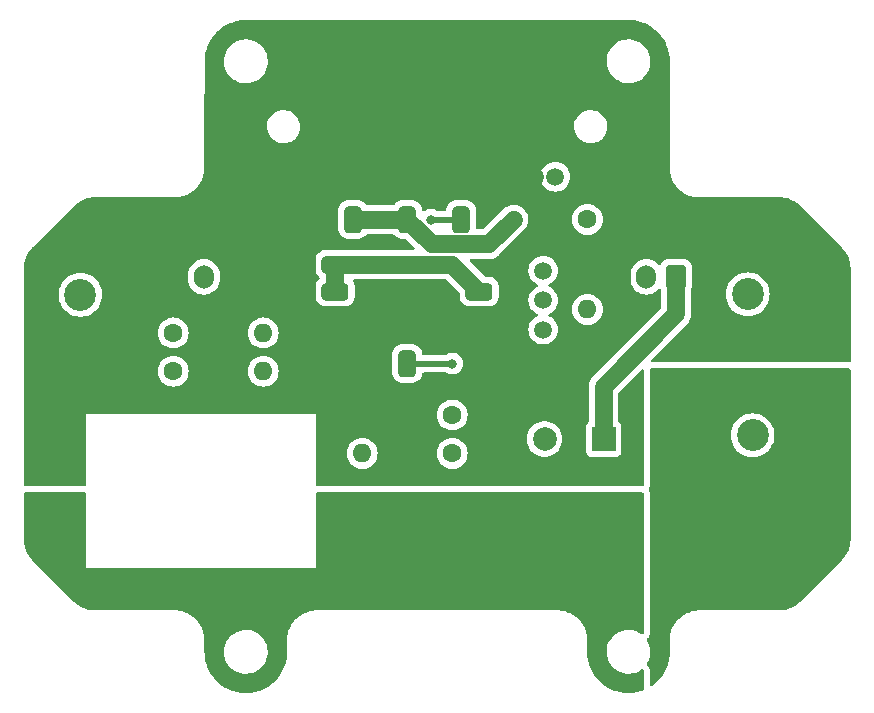
<source format=gbr>
%TF.GenerationSoftware,KiCad,Pcbnew,7.0.6*%
%TF.CreationDate,2024-02-11T15:29:09+09:00*%
%TF.ProjectId,PowerSupply_20240202,506f7765-7253-4757-9070-6c795f323032,rev?*%
%TF.SameCoordinates,Original*%
%TF.FileFunction,Copper,L1,Top*%
%TF.FilePolarity,Positive*%
%FSLAX46Y46*%
G04 Gerber Fmt 4.6, Leading zero omitted, Abs format (unit mm)*
G04 Created by KiCad (PCBNEW 7.0.6) date 2024-02-11 15:29:09*
%MOMM*%
%LPD*%
G01*
G04 APERTURE LIST*
G04 Aperture macros list*
%AMRoundRect*
0 Rectangle with rounded corners*
0 $1 Rounding radius*
0 $2 $3 $4 $5 $6 $7 $8 $9 X,Y pos of 4 corners*
0 Add a 4 corners polygon primitive as box body*
4,1,4,$2,$3,$4,$5,$6,$7,$8,$9,$2,$3,0*
0 Add four circle primitives for the rounded corners*
1,1,$1+$1,$2,$3*
1,1,$1+$1,$4,$5*
1,1,$1+$1,$6,$7*
1,1,$1+$1,$8,$9*
0 Add four rect primitives between the rounded corners*
20,1,$1+$1,$2,$3,$4,$5,0*
20,1,$1+$1,$4,$5,$6,$7,0*
20,1,$1+$1,$6,$7,$8,$9,0*
20,1,$1+$1,$8,$9,$2,$3,0*%
G04 Aperture macros list end*
%TA.AperFunction,ComponentPad*%
%ADD10C,1.600000*%
%TD*%
%TA.AperFunction,ComponentPad*%
%ADD11O,1.600000X1.600000*%
%TD*%
%TA.AperFunction,ComponentPad*%
%ADD12RoundRect,0.250001X-1.099999X-1.099999X1.099999X-1.099999X1.099999X1.099999X-1.099999X1.099999X0*%
%TD*%
%TA.AperFunction,ComponentPad*%
%ADD13C,2.700000*%
%TD*%
%TA.AperFunction,ComponentPad*%
%ADD14RoundRect,0.250001X1.099999X1.099999X-1.099999X1.099999X-1.099999X-1.099999X1.099999X-1.099999X0*%
%TD*%
%TA.AperFunction,SMDPad,CuDef*%
%ADD15RoundRect,0.381000X-0.381000X0.762000X-0.381000X-0.762000X0.381000X-0.762000X0.381000X0.762000X0*%
%TD*%
%TA.AperFunction,SMDPad,CuDef*%
%ADD16RoundRect,0.381000X0.762000X0.381000X-0.762000X0.381000X-0.762000X-0.381000X0.762000X-0.381000X0*%
%TD*%
%TA.AperFunction,ComponentPad*%
%ADD17C,1.500000*%
%TD*%
%TA.AperFunction,ComponentPad*%
%ADD18RoundRect,0.250000X0.600000X0.750000X-0.600000X0.750000X-0.600000X-0.750000X0.600000X-0.750000X0*%
%TD*%
%TA.AperFunction,ComponentPad*%
%ADD19O,1.700000X2.000000*%
%TD*%
%TA.AperFunction,ComponentPad*%
%ADD20R,2.000000X2.000000*%
%TD*%
%TA.AperFunction,ComponentPad*%
%ADD21C,2.000000*%
%TD*%
%TA.AperFunction,ComponentPad*%
%ADD22C,2.600000*%
%TD*%
%TA.AperFunction,ViaPad*%
%ADD23C,3.200000*%
%TD*%
%TA.AperFunction,ViaPad*%
%ADD24C,0.800000*%
%TD*%
%TA.AperFunction,Conductor*%
%ADD25C,1.500000*%
%TD*%
%TA.AperFunction,Conductor*%
%ADD26C,0.500000*%
%TD*%
G04 APERTURE END LIST*
D10*
%TO.P,R1,1*%
%TO.N,Net-(SW2-A)*%
X176560000Y-90950298D03*
D11*
%TO.P,R1,2*%
%TO.N,VIN*%
X168940000Y-90950298D03*
%TD*%
D10*
%TO.P,R3,1*%
%TO.N,Net-(R3-Pad1)*%
X152940000Y-84000298D03*
D11*
%TO.P,R3,2*%
%TO.N,Net-(R2-Pad2)*%
X160560000Y-84000298D03*
%TD*%
D12*
%TO.P,VIN,1,Pin_1*%
%TO.N,Net-(J1-Pin_1)*%
X198022500Y-92674598D03*
D13*
%TO.P,VIN,2,Pin_2*%
%TO.N,GND*%
X201982500Y-92674598D03*
%TD*%
D14*
%TO.P,MD,1,Pin_1*%
%TO.N,VIN*%
X205537500Y-80724598D03*
D13*
%TO.P,MD,2,Pin_2*%
%TO.N,GND*%
X201577500Y-80724598D03*
%TD*%
D10*
%TO.P,R2,1*%
%TO.N,Net-(U1-Trim)*%
X176560000Y-94200298D03*
D11*
%TO.P,R2,2*%
%TO.N,Net-(R2-Pad2)*%
X168940000Y-94200298D03*
%TD*%
D10*
%TO.P,R5,1*%
%TO.N,+5V*%
X188000000Y-74390298D03*
D11*
%TO.P,R5,2*%
%TO.N,GND*%
X188000000Y-82010298D03*
%TD*%
D15*
%TO.P,U1,1,ON/OFF*%
%TO.N,Net-(SW2-A)*%
X172750000Y-86600298D03*
%TO.P,U1,2,Vin*%
%TO.N,VIN*%
X168170000Y-86600298D03*
D16*
X166650000Y-82790298D03*
%TO.P,U1,3,GND*%
%TO.N,GND*%
X166650000Y-80500298D03*
X166650000Y-78210298D03*
D15*
%TO.P,U1,4,Vout*%
%TO.N,+5V*%
X168170000Y-74400298D03*
%TO.P,U1,5,Sense*%
X172750000Y-74400298D03*
%TO.P,U1,6,Trim*%
%TO.N,Net-(U1-Trim)*%
X177330000Y-74400298D03*
D16*
%TO.P,U1,7,GND*%
%TO.N,GND*%
X178850000Y-80500298D03*
%TD*%
D17*
%TO.P,SW2,1,A*%
%TO.N,Net-(SW2-A)*%
X184250000Y-83724598D03*
%TO.P,SW2,2,B*%
%TO.N,GND*%
X184250000Y-81224598D03*
%TO.P,SW2,3,C*%
X184250000Y-78724598D03*
%TD*%
D18*
%TO.P,Voltage,1,Pin_1*%
%TO.N,VIN*%
X158030000Y-79249598D03*
D19*
%TO.P,Voltage,2,Pin_2*%
%TO.N,GND*%
X155530000Y-79249598D03*
%TD*%
D10*
%TO.P,R4,1*%
%TO.N,Net-(R3-Pad1)*%
X152940000Y-87250298D03*
D11*
%TO.P,R4,2*%
%TO.N,GND*%
X160560000Y-87250298D03*
%TD*%
D20*
%TO.P,C-Vin,1*%
%TO.N,+5V*%
X189368606Y-92974598D03*
D21*
%TO.P,C-Vin,2*%
%TO.N,GND*%
X184368606Y-92974598D03*
%TD*%
D14*
%TO.P,MD,1,Pin_1*%
%TO.N,VIN*%
X149037500Y-80774598D03*
D13*
%TO.P,MD,2,Pin_2*%
%TO.N,GND*%
X145077500Y-80774598D03*
%TD*%
D22*
%TO.P,F1,1*%
%TO.N,Net-(J1-Pin_1)*%
X203030000Y-104224598D03*
X196530000Y-101224598D03*
%TO.P,F1,2*%
%TO.N,Net-(SW1-A)*%
X179030000Y-104224598D03*
X172530000Y-101224598D03*
%TD*%
D18*
%TO.P,MAIN,1,Pin_1*%
%TO.N,+5V*%
X195500000Y-79249598D03*
D19*
%TO.P,MAIN,2,Pin_2*%
%TO.N,GND*%
X193000000Y-79249598D03*
%TD*%
D17*
%TO.P,MES1,1,-*%
%TO.N,GND*%
X185279500Y-70783813D03*
%TO.P,MES1,2,+*%
%TO.N,VIN*%
X183529500Y-70783813D03*
%TD*%
D23*
%TO.N,VIN*%
X147750000Y-87724598D03*
D24*
X169650000Y-82790298D03*
%TO.N,GND*%
X176560000Y-78210298D03*
%TO.N,+5V*%
X170750000Y-74400298D03*
X181750000Y-74400298D03*
%TO.N,Net-(SW2-A)*%
X176560000Y-86600298D03*
%TO.N,Net-(U1-Trim)*%
X174750000Y-74400298D03*
%TD*%
D25*
%TO.N,VIN*%
X166650000Y-82790298D02*
X169650000Y-82790298D01*
%TO.N,GND*%
X176560000Y-78210298D02*
X178850000Y-80500298D01*
X166650000Y-78210298D02*
X176560000Y-78210298D01*
X166650000Y-80500298D02*
X166650000Y-78210298D01*
%TO.N,+5V*%
X195500000Y-82410298D02*
X189368606Y-88541692D01*
X179657000Y-76493298D02*
X181750000Y-74400298D01*
X195500000Y-79249598D02*
X195500000Y-82410298D01*
X168170000Y-74400298D02*
X170750000Y-74400298D01*
X189368606Y-88541692D02*
X189368606Y-92974598D01*
X174843000Y-76493298D02*
X179657000Y-76493298D01*
X172750000Y-74400298D02*
X174843000Y-76493298D01*
X170750000Y-74400298D02*
X172750000Y-74400298D01*
D26*
%TO.N,Net-(SW2-A)*%
X172750000Y-86600298D02*
X176560000Y-86600298D01*
%TO.N,Net-(U1-Trim)*%
X177330000Y-74400298D02*
X174750000Y-74400298D01*
%TD*%
%TA.AperFunction,Conductor*%
%TO.N,Net-(SW1-A)*%
G36*
X145522539Y-97525483D02*
G01*
X145568294Y-97578287D01*
X145579500Y-97629798D01*
X145579500Y-103875765D01*
X145579416Y-103876187D01*
X145579459Y-103900299D01*
X145579500Y-103900397D01*
X145579616Y-103900680D01*
X145579618Y-103900682D01*
X145579808Y-103900760D01*
X145580000Y-103900839D01*
X145580002Y-103900837D01*
X145604616Y-103900822D01*
X145604616Y-103900826D01*
X145604760Y-103900798D01*
X164955240Y-103900798D01*
X164955383Y-103900826D01*
X164955384Y-103900822D01*
X164979997Y-103900837D01*
X164980000Y-103900839D01*
X164980383Y-103900681D01*
X164980500Y-103900397D01*
X164980541Y-103900298D01*
X164980540Y-103900295D01*
X164980583Y-103876187D01*
X164980500Y-103875765D01*
X164980500Y-97629798D01*
X165000185Y-97562759D01*
X165052989Y-97517004D01*
X165104500Y-97505798D01*
X192656000Y-97505798D01*
X192723039Y-97525483D01*
X192768794Y-97578287D01*
X192780000Y-97629798D01*
X192780000Y-109410852D01*
X192760315Y-109477891D01*
X192707511Y-109523646D01*
X192638353Y-109533590D01*
X192587581Y-109514268D01*
X192387592Y-109381957D01*
X192281745Y-109332338D01*
X192142324Y-109266980D01*
X192142319Y-109266978D01*
X192142314Y-109266976D01*
X191882942Y-109188942D01*
X191882928Y-109188939D01*
X191767291Y-109171921D01*
X191614939Y-109149500D01*
X191411869Y-109149500D01*
X191411864Y-109149500D01*
X191209344Y-109164323D01*
X191209331Y-109164325D01*
X190944953Y-109223217D01*
X190944946Y-109223220D01*
X190691939Y-109319987D01*
X190455726Y-109452557D01*
X190241322Y-109618112D01*
X190053322Y-109813109D01*
X190053316Y-109813116D01*
X189895702Y-110033419D01*
X189895699Y-110033424D01*
X189771850Y-110274309D01*
X189771843Y-110274327D01*
X189684384Y-110530685D01*
X189684381Y-110530699D01*
X189635181Y-110797068D01*
X189635180Y-110797075D01*
X189625287Y-111067763D01*
X189654913Y-111337013D01*
X189654915Y-111337024D01*
X189710163Y-111548350D01*
X189723428Y-111599088D01*
X189829370Y-111848390D01*
X189883509Y-111937099D01*
X189970479Y-112079605D01*
X189970486Y-112079615D01*
X190143753Y-112287819D01*
X190143759Y-112287824D01*
X190345498Y-112468582D01*
X190571410Y-112618044D01*
X190816676Y-112733020D01*
X190816683Y-112733022D01*
X190816685Y-112733023D01*
X191076057Y-112811057D01*
X191076064Y-112811058D01*
X191076069Y-112811060D01*
X191344061Y-112850500D01*
X191344066Y-112850500D01*
X191547136Y-112850500D01*
X191598633Y-112846730D01*
X191749656Y-112835677D01*
X191862258Y-112810593D01*
X192014046Y-112776782D01*
X192014048Y-112776781D01*
X192014053Y-112776780D01*
X192267058Y-112680014D01*
X192503277Y-112547441D01*
X192580217Y-112488030D01*
X192645307Y-112462639D01*
X192713794Y-112476469D01*
X192763932Y-112525131D01*
X192780000Y-112586177D01*
X192780000Y-114158895D01*
X192760315Y-114225934D01*
X192707511Y-114271689D01*
X192700439Y-114274658D01*
X192660460Y-114290006D01*
X192495046Y-114345739D01*
X192491296Y-114346872D01*
X192305660Y-114396614D01*
X192302941Y-114397277D01*
X192133549Y-114434562D01*
X192129919Y-114435248D01*
X191940230Y-114465293D01*
X191937234Y-114465693D01*
X191764733Y-114484453D01*
X191761274Y-114484731D01*
X191569523Y-114494782D01*
X191566278Y-114494867D01*
X191392723Y-114494867D01*
X191389477Y-114494782D01*
X191197724Y-114484731D01*
X191194265Y-114484453D01*
X191021764Y-114465693D01*
X191018768Y-114465293D01*
X190829079Y-114435248D01*
X190825449Y-114434562D01*
X190656057Y-114397277D01*
X190653338Y-114396614D01*
X190467702Y-114346872D01*
X190463951Y-114345739D01*
X190298539Y-114290006D01*
X190117735Y-114220601D01*
X190113919Y-114218988D01*
X189955813Y-114145840D01*
X189783147Y-114057863D01*
X189779329Y-114055745D01*
X189739612Y-114031848D01*
X189630387Y-113966129D01*
X189467692Y-113860472D01*
X189463937Y-113857831D01*
X189326020Y-113752990D01*
X189174970Y-113630671D01*
X189171349Y-113627499D01*
X189046081Y-113508839D01*
X188908296Y-113371054D01*
X188904881Y-113367350D01*
X188793789Y-113236563D01*
X188769006Y-113205959D01*
X188670674Y-113084529D01*
X188667542Y-113080306D01*
X188571973Y-112939352D01*
X188464830Y-112774367D01*
X188462056Y-112769650D01*
X188383142Y-112620803D01*
X188293082Y-112444050D01*
X188290743Y-112438885D01*
X188229447Y-112285042D01*
X188157396Y-112097344D01*
X188155546Y-112091738D01*
X188112639Y-111937203D01*
X188059292Y-111738111D01*
X188058011Y-111732165D01*
X188034027Y-111585874D01*
X187999911Y-111370469D01*
X187999245Y-111364179D01*
X187994485Y-111276379D01*
X187980084Y-111001621D01*
X187980000Y-110998377D01*
X187980000Y-110015197D01*
X187980416Y-110013780D01*
X187980133Y-110009464D01*
X187980000Y-110005406D01*
X187980000Y-109987946D01*
X187979988Y-109987819D01*
X187979988Y-109848558D01*
X187963429Y-109712180D01*
X187957562Y-109663860D01*
X187957247Y-109660480D01*
X187952305Y-109585120D01*
X187945711Y-109566253D01*
X187943527Y-109548261D01*
X187890297Y-109332299D01*
X187889693Y-109329579D01*
X187877965Y-109270620D01*
X187872247Y-109259063D01*
X187871134Y-109254547D01*
X187871132Y-109254542D01*
X187871130Y-109254535D01*
X187774220Y-108999000D01*
X187766008Y-108974807D01*
X187765607Y-108975018D01*
X187763863Y-108971695D01*
X187623286Y-108703845D01*
X187623280Y-108703837D01*
X187623279Y-108703834D01*
X187621342Y-108700629D01*
X187621409Y-108700588D01*
X187620740Y-108699447D01*
X187619014Y-108697655D01*
X187451448Y-108454894D01*
X187451445Y-108454889D01*
X187438173Y-108439908D01*
X187437636Y-108439212D01*
X187437353Y-108438983D01*
X187250848Y-108228461D01*
X187040328Y-108041956D01*
X187040198Y-108041747D01*
X187039389Y-108041123D01*
X187024421Y-108027863D01*
X186781650Y-107860289D01*
X186780608Y-107859004D01*
X186778710Y-107857889D01*
X186778670Y-107857957D01*
X186775467Y-107856020D01*
X186504293Y-107713697D01*
X186504503Y-107713296D01*
X186480278Y-107705072D01*
X186224770Y-107608171D01*
X186224758Y-107608167D01*
X186220233Y-107607052D01*
X186211316Y-107601859D01*
X186149716Y-107589606D01*
X186146974Y-107588996D01*
X186146901Y-107588978D01*
X185931051Y-107535775D01*
X185913059Y-107533590D01*
X185898362Y-107527264D01*
X185818817Y-107522051D01*
X185815399Y-107521732D01*
X185630755Y-107499312D01*
X185630752Y-107499312D01*
X185479599Y-107499312D01*
X185473906Y-107499312D01*
X185469850Y-107499179D01*
X185464888Y-107498854D01*
X185462407Y-107499312D01*
X165130874Y-107499312D01*
X165130833Y-107499300D01*
X165098372Y-107499300D01*
X165096354Y-107498707D01*
X165089340Y-107499167D01*
X165085286Y-107499300D01*
X164928244Y-107499300D01*
X164743616Y-107521718D01*
X164740196Y-107522037D01*
X164664833Y-107526974D01*
X164645937Y-107533579D01*
X164632909Y-107535161D01*
X164627946Y-107535764D01*
X164412046Y-107588978D01*
X164409305Y-107589588D01*
X164350317Y-107601321D01*
X164338769Y-107607039D01*
X164334234Y-107608157D01*
X164334227Y-107608159D01*
X164131979Y-107684862D01*
X164078730Y-107705057D01*
X164054491Y-107713284D01*
X164054702Y-107713686D01*
X163783526Y-107856010D01*
X163780324Y-107857947D01*
X163780282Y-107857878D01*
X163779136Y-107858551D01*
X163777345Y-107860278D01*
X163657859Y-107942754D01*
X163534572Y-108027853D01*
X163534569Y-108027855D01*
X163534564Y-108027859D01*
X163519602Y-108041114D01*
X163518893Y-108041660D01*
X163518659Y-108041950D01*
X163334433Y-108205162D01*
X163334430Y-108205162D01*
X163308144Y-108228452D01*
X163284854Y-108254739D01*
X163284854Y-108254741D01*
X163121636Y-108438977D01*
X163121424Y-108439109D01*
X163120797Y-108439923D01*
X163107546Y-108454881D01*
X163107543Y-108454885D01*
X162939967Y-108697661D01*
X162938684Y-108698699D01*
X162937579Y-108700581D01*
X162937648Y-108700623D01*
X162935710Y-108703828D01*
X162935707Y-108703834D01*
X162935704Y-108703839D01*
X162865170Y-108838232D01*
X162793382Y-108975013D01*
X162792980Y-108974802D01*
X162784760Y-108999018D01*
X162687858Y-109254531D01*
X162687853Y-109254549D01*
X162686738Y-109259073D01*
X162681543Y-109267993D01*
X162669290Y-109329596D01*
X162668680Y-109332338D01*
X162615462Y-109548249D01*
X162613276Y-109566257D01*
X162606949Y-109580954D01*
X162601735Y-109660513D01*
X162601416Y-109663932D01*
X162579000Y-109848556D01*
X162579000Y-110005384D01*
X162578867Y-110009440D01*
X162578543Y-110014384D01*
X162579000Y-110016853D01*
X162579000Y-110998376D01*
X162578915Y-111001622D01*
X162564515Y-111276379D01*
X162559755Y-111364161D01*
X162559083Y-111370507D01*
X162524992Y-111585750D01*
X162500996Y-111732118D01*
X162499700Y-111738138D01*
X162446373Y-111937157D01*
X162403461Y-112091709D01*
X162401602Y-112097343D01*
X162329548Y-112285053D01*
X162268266Y-112438858D01*
X162265911Y-112444060D01*
X162175857Y-112620803D01*
X162096942Y-112769650D01*
X162094161Y-112774378D01*
X161987026Y-112939352D01*
X161891456Y-113080306D01*
X161888321Y-113084532D01*
X161765210Y-113236563D01*
X161654117Y-113367350D01*
X161650702Y-113371054D01*
X161512918Y-113508839D01*
X161387649Y-113627499D01*
X161384029Y-113630671D01*
X161232979Y-113752990D01*
X161095060Y-113857832D01*
X161091307Y-113860472D01*
X160928596Y-113966140D01*
X160779669Y-114055745D01*
X160775851Y-114057863D01*
X160603186Y-114145840D01*
X160445078Y-114218988D01*
X160441264Y-114220601D01*
X160260460Y-114290006D01*
X160095046Y-114345739D01*
X160091296Y-114346872D01*
X159905660Y-114396614D01*
X159902941Y-114397277D01*
X159733549Y-114434562D01*
X159729919Y-114435248D01*
X159540230Y-114465293D01*
X159537234Y-114465693D01*
X159364733Y-114484453D01*
X159361274Y-114484731D01*
X159169523Y-114494782D01*
X159166278Y-114494867D01*
X158992723Y-114494867D01*
X158989477Y-114494782D01*
X158797724Y-114484731D01*
X158794265Y-114484453D01*
X158621764Y-114465693D01*
X158618768Y-114465293D01*
X158429079Y-114435248D01*
X158425449Y-114434562D01*
X158256057Y-114397277D01*
X158253338Y-114396614D01*
X158067702Y-114346872D01*
X158063951Y-114345739D01*
X157898539Y-114290006D01*
X157717735Y-114220601D01*
X157713919Y-114218988D01*
X157555813Y-114145840D01*
X157383147Y-114057863D01*
X157379329Y-114055745D01*
X157339612Y-114031848D01*
X157230387Y-113966129D01*
X157067692Y-113860472D01*
X157063937Y-113857831D01*
X156926020Y-113752990D01*
X156774970Y-113630671D01*
X156771349Y-113627499D01*
X156646081Y-113508839D01*
X156508296Y-113371054D01*
X156504881Y-113367350D01*
X156393789Y-113236563D01*
X156369006Y-113205959D01*
X156270674Y-113084529D01*
X156267542Y-113080306D01*
X156171973Y-112939352D01*
X156064830Y-112774367D01*
X156062056Y-112769650D01*
X155983142Y-112620803D01*
X155893082Y-112444050D01*
X155890743Y-112438885D01*
X155829447Y-112285042D01*
X155757396Y-112097344D01*
X155755546Y-112091738D01*
X155712639Y-111937203D01*
X155659292Y-111738111D01*
X155658011Y-111732165D01*
X155634027Y-111585874D01*
X155599911Y-111370469D01*
X155599245Y-111364179D01*
X155594485Y-111276379D01*
X155583551Y-111067763D01*
X157225287Y-111067763D01*
X157254913Y-111337013D01*
X157254915Y-111337024D01*
X157310163Y-111548350D01*
X157323428Y-111599088D01*
X157429370Y-111848390D01*
X157483509Y-111937099D01*
X157570479Y-112079605D01*
X157570486Y-112079615D01*
X157743753Y-112287819D01*
X157743759Y-112287824D01*
X157945498Y-112468582D01*
X158171410Y-112618044D01*
X158416676Y-112733020D01*
X158416683Y-112733022D01*
X158416685Y-112733023D01*
X158676057Y-112811057D01*
X158676064Y-112811058D01*
X158676069Y-112811060D01*
X158944061Y-112850500D01*
X158944066Y-112850500D01*
X159147136Y-112850500D01*
X159198633Y-112846730D01*
X159349656Y-112835677D01*
X159462258Y-112810593D01*
X159614046Y-112776782D01*
X159614048Y-112776781D01*
X159614053Y-112776780D01*
X159867058Y-112680014D01*
X160103277Y-112547441D01*
X160317677Y-112381888D01*
X160505686Y-112186881D01*
X160663299Y-111966579D01*
X160780748Y-111738139D01*
X160787149Y-111725690D01*
X160787151Y-111725684D01*
X160787156Y-111725675D01*
X160874618Y-111469305D01*
X160923819Y-111202933D01*
X160933712Y-110932235D01*
X160904086Y-110662982D01*
X160835572Y-110400912D01*
X160729630Y-110151610D01*
X160588518Y-109920390D01*
X160528740Y-109848559D01*
X160415246Y-109712180D01*
X160415240Y-109712175D01*
X160213502Y-109531418D01*
X159987592Y-109381957D01*
X159881745Y-109332338D01*
X159742324Y-109266980D01*
X159742319Y-109266978D01*
X159742314Y-109266976D01*
X159482942Y-109188942D01*
X159482928Y-109188939D01*
X159367291Y-109171921D01*
X159214939Y-109149500D01*
X159011869Y-109149500D01*
X159011864Y-109149500D01*
X158809344Y-109164323D01*
X158809331Y-109164325D01*
X158544953Y-109223217D01*
X158544946Y-109223220D01*
X158291939Y-109319987D01*
X158055726Y-109452557D01*
X157841322Y-109618112D01*
X157653322Y-109813109D01*
X157653316Y-109813116D01*
X157495702Y-110033419D01*
X157495699Y-110033424D01*
X157371850Y-110274309D01*
X157371843Y-110274327D01*
X157284384Y-110530685D01*
X157284381Y-110530699D01*
X157235181Y-110797068D01*
X157235180Y-110797075D01*
X157225287Y-111067763D01*
X155583551Y-111067763D01*
X155580084Y-111001621D01*
X155580000Y-110998377D01*
X155580000Y-110015197D01*
X155580416Y-110013780D01*
X155580133Y-110009464D01*
X155580000Y-110005406D01*
X155580000Y-109987946D01*
X155579988Y-109987819D01*
X155579988Y-109848558D01*
X155563429Y-109712180D01*
X155557562Y-109663860D01*
X155557247Y-109660480D01*
X155552305Y-109585120D01*
X155545711Y-109566253D01*
X155543527Y-109548261D01*
X155490297Y-109332299D01*
X155489693Y-109329579D01*
X155477965Y-109270620D01*
X155472247Y-109259063D01*
X155471134Y-109254547D01*
X155471132Y-109254542D01*
X155471130Y-109254535D01*
X155374220Y-108999000D01*
X155366008Y-108974807D01*
X155365607Y-108975018D01*
X155363863Y-108971695D01*
X155223286Y-108703845D01*
X155223280Y-108703837D01*
X155223279Y-108703834D01*
X155221342Y-108700629D01*
X155221409Y-108700588D01*
X155220740Y-108699447D01*
X155219014Y-108697655D01*
X155051448Y-108454894D01*
X155051445Y-108454889D01*
X155038173Y-108439908D01*
X155037636Y-108439212D01*
X155037353Y-108438983D01*
X154850848Y-108228461D01*
X154640328Y-108041956D01*
X154640198Y-108041747D01*
X154639389Y-108041123D01*
X154624421Y-108027863D01*
X154381650Y-107860289D01*
X154380608Y-107859004D01*
X154378710Y-107857889D01*
X154378670Y-107857957D01*
X154375467Y-107856020D01*
X154104293Y-107713697D01*
X154104503Y-107713296D01*
X154080278Y-107705072D01*
X153824770Y-107608171D01*
X153824758Y-107608167D01*
X153820233Y-107607052D01*
X153811316Y-107601859D01*
X153749716Y-107589606D01*
X153746974Y-107588996D01*
X153746901Y-107588978D01*
X153531051Y-107535775D01*
X153513059Y-107533590D01*
X153498362Y-107527264D01*
X153418817Y-107522051D01*
X153415399Y-107521732D01*
X153230755Y-107499312D01*
X153230752Y-107499312D01*
X153079599Y-107499312D01*
X153073906Y-107499312D01*
X153069850Y-107499179D01*
X153064888Y-107498854D01*
X153062407Y-107499312D01*
X146316776Y-107499312D01*
X146313298Y-107499214D01*
X146261227Y-107496290D01*
X146018256Y-107480391D01*
X146011915Y-107479647D01*
X145893868Y-107459591D01*
X145717445Y-107424497D01*
X145712376Y-107423265D01*
X145587985Y-107387431D01*
X145585218Y-107386563D01*
X145455841Y-107342646D01*
X145424655Y-107332059D01*
X145420868Y-107330634D01*
X145379803Y-107313625D01*
X145372823Y-107310733D01*
X145299222Y-107280248D01*
X145295523Y-107278572D01*
X145143146Y-107203424D01*
X145140579Y-107202082D01*
X145027762Y-107139733D01*
X145023302Y-107137017D01*
X144872506Y-107036251D01*
X144776165Y-106967896D01*
X144771157Y-106963941D01*
X144585373Y-106800999D01*
X144549259Y-106768727D01*
X144546731Y-106766336D01*
X141013306Y-103232910D01*
X141010935Y-103230401D01*
X140976778Y-103192180D01*
X140815327Y-103008050D01*
X140811377Y-103003048D01*
X140747857Y-102913524D01*
X140743428Y-102907281D01*
X140642174Y-102755743D01*
X140639460Y-102751286D01*
X140577535Y-102639239D01*
X140576193Y-102636672D01*
X140500580Y-102483348D01*
X140498914Y-102479672D01*
X140448870Y-102358851D01*
X140447466Y-102355124D01*
X140392578Y-102193438D01*
X140391731Y-102190737D01*
X140356159Y-102067260D01*
X140354929Y-102062199D01*
X140319575Y-101884478D01*
X140313393Y-101848097D01*
X140299714Y-101767585D01*
X140298976Y-101761301D01*
X140283093Y-101519091D01*
X140280098Y-101465735D01*
X140280000Y-101462259D01*
X140280000Y-97629798D01*
X140299685Y-97562759D01*
X140352489Y-97517004D01*
X140404000Y-97505798D01*
X145455500Y-97505798D01*
X145522539Y-97525483D01*
G37*
%TD.AperFunction*%
%TD*%
%TA.AperFunction,Conductor*%
%TO.N,Net-(J1-Pin_1)*%
G36*
X193421293Y-86997668D02*
G01*
X193477836Y-87005798D01*
X193477840Y-87005798D01*
X210155000Y-87005798D01*
X210222039Y-87025483D01*
X210267794Y-87078287D01*
X210279000Y-87129798D01*
X210279000Y-101462531D01*
X210278902Y-101466011D01*
X210275953Y-101518499D01*
X210260100Y-101760853D01*
X210259356Y-101767197D01*
X210239102Y-101886381D01*
X210204273Y-102061473D01*
X210203041Y-102066544D01*
X210166875Y-102192069D01*
X210166008Y-102194835D01*
X210111958Y-102354050D01*
X210110529Y-102357847D01*
X210059645Y-102480690D01*
X210057970Y-102484387D01*
X209983549Y-102635287D01*
X209982207Y-102637855D01*
X209919107Y-102752023D01*
X209916392Y-102756481D01*
X209816958Y-102905287D01*
X209747247Y-103003532D01*
X209743292Y-103008539D01*
X209584503Y-103189587D01*
X209547746Y-103230719D01*
X209545356Y-103233247D01*
X206012602Y-106766000D01*
X206010074Y-106768391D01*
X205971708Y-106802675D01*
X205787830Y-106963913D01*
X205782828Y-106967864D01*
X205686628Y-107036121D01*
X205535548Y-107137067D01*
X205531092Y-107139781D01*
X205418705Y-107201894D01*
X205416137Y-107203236D01*
X205263214Y-107278650D01*
X205259516Y-107280325D01*
X205138385Y-107330497D01*
X205134589Y-107331926D01*
X204973398Y-107386645D01*
X204970630Y-107387513D01*
X204846819Y-107423180D01*
X204841750Y-107424412D01*
X204664583Y-107459656D01*
X204547177Y-107479602D01*
X204540845Y-107480346D01*
X204300003Y-107496137D01*
X204245203Y-107499214D01*
X204241726Y-107499312D01*
X197530874Y-107499312D01*
X197530833Y-107499300D01*
X197498372Y-107499300D01*
X197496354Y-107498707D01*
X197489340Y-107499167D01*
X197485286Y-107499300D01*
X197328244Y-107499300D01*
X197143616Y-107521718D01*
X197140196Y-107522037D01*
X197064833Y-107526974D01*
X197045937Y-107533579D01*
X197032909Y-107535161D01*
X197027946Y-107535764D01*
X196812046Y-107588978D01*
X196809305Y-107589588D01*
X196750317Y-107601321D01*
X196738769Y-107607039D01*
X196734234Y-107608157D01*
X196734227Y-107608159D01*
X196531979Y-107684862D01*
X196478730Y-107705057D01*
X196454491Y-107713284D01*
X196454702Y-107713686D01*
X196183526Y-107856010D01*
X196180324Y-107857947D01*
X196180282Y-107857878D01*
X196179136Y-107858551D01*
X196177345Y-107860278D01*
X196102480Y-107911954D01*
X195934572Y-108027853D01*
X195934569Y-108027855D01*
X195934564Y-108027859D01*
X195919602Y-108041114D01*
X195918893Y-108041660D01*
X195918659Y-108041950D01*
X195734433Y-108205162D01*
X195734430Y-108205162D01*
X195708144Y-108228452D01*
X195684854Y-108254739D01*
X195684854Y-108254741D01*
X195521636Y-108438977D01*
X195521424Y-108439109D01*
X195520797Y-108439923D01*
X195507546Y-108454881D01*
X195507543Y-108454885D01*
X195339967Y-108697661D01*
X195338684Y-108698699D01*
X195337579Y-108700581D01*
X195337648Y-108700623D01*
X195335710Y-108703828D01*
X195335704Y-108703837D01*
X195335704Y-108703839D01*
X195198203Y-108965828D01*
X195193382Y-108975013D01*
X195192980Y-108974802D01*
X195184760Y-108999018D01*
X195087858Y-109254531D01*
X195087853Y-109254549D01*
X195086738Y-109259073D01*
X195081543Y-109267993D01*
X195069290Y-109329596D01*
X195068680Y-109332338D01*
X195015462Y-109548249D01*
X195013276Y-109566257D01*
X195006949Y-109580954D01*
X195001735Y-109660513D01*
X195001416Y-109663932D01*
X194979000Y-109848556D01*
X194979000Y-110005384D01*
X194978867Y-110009440D01*
X194978543Y-110014384D01*
X194979000Y-110016853D01*
X194979000Y-110998376D01*
X194978915Y-111001622D01*
X194964515Y-111276379D01*
X194959755Y-111364161D01*
X194959083Y-111370507D01*
X194924992Y-111585750D01*
X194900996Y-111732118D01*
X194899700Y-111738138D01*
X194846373Y-111937157D01*
X194803461Y-112091709D01*
X194801602Y-112097343D01*
X194729548Y-112285053D01*
X194668266Y-112438858D01*
X194665911Y-112444060D01*
X194575857Y-112620803D01*
X194496942Y-112769650D01*
X194494161Y-112774378D01*
X194387026Y-112939352D01*
X194291456Y-113080306D01*
X194288321Y-113084532D01*
X194165210Y-113236563D01*
X194054117Y-113367350D01*
X194050702Y-113371054D01*
X193912918Y-113508839D01*
X193787649Y-113627499D01*
X193784029Y-113630671D01*
X193632979Y-113752990D01*
X193495062Y-113857830D01*
X193491310Y-113860469D01*
X193477040Y-113869737D01*
X193410096Y-113889744D01*
X193342962Y-113870381D01*
X193296954Y-113817798D01*
X193285500Y-113765745D01*
X193285500Y-112586182D01*
X193285500Y-112586177D01*
X193268850Y-112457506D01*
X193252782Y-112396460D01*
X193203930Y-112276270D01*
X193115995Y-112162389D01*
X193078801Y-112126290D01*
X193044404Y-112065475D01*
X193048347Y-111995716D01*
X193061404Y-111970730D01*
X193060939Y-111970447D01*
X193063298Y-111966581D01*
X193187149Y-111725690D01*
X193187151Y-111725684D01*
X193187156Y-111725675D01*
X193274618Y-111469305D01*
X193323819Y-111202933D01*
X193333712Y-110932235D01*
X193304086Y-110662982D01*
X193235572Y-110400912D01*
X193129630Y-110151610D01*
X193129627Y-110151605D01*
X193129627Y-110151604D01*
X193087437Y-110082475D01*
X193054619Y-110028701D01*
X193036498Y-109961225D01*
X193057736Y-109894661D01*
X193079260Y-109870394D01*
X193091347Y-109859922D01*
X193185567Y-109751188D01*
X193245338Y-109620311D01*
X193265023Y-109553272D01*
X193265024Y-109553268D01*
X193285500Y-109410852D01*
X193285500Y-97629798D01*
X193273947Y-97522342D01*
X193262741Y-97470831D01*
X193262637Y-97470520D01*
X193228616Y-97368300D01*
X193228613Y-97368295D01*
X193228613Y-97368294D01*
X193199565Y-97323095D01*
X193179881Y-97256058D01*
X193191087Y-97204546D01*
X193245338Y-97085757D01*
X193265023Y-97018718D01*
X193265024Y-97018714D01*
X193285500Y-96876298D01*
X193285500Y-92674599D01*
X200127273Y-92674599D01*
X200146157Y-92938625D01*
X200146158Y-92938632D01*
X200202421Y-93197271D01*
X200294926Y-93445288D01*
X200294928Y-93445292D01*
X200421780Y-93677603D01*
X200421785Y-93677611D01*
X200580406Y-93889505D01*
X200580422Y-93889523D01*
X200767574Y-94076675D01*
X200767592Y-94076691D01*
X200979486Y-94235312D01*
X200979494Y-94235317D01*
X201211805Y-94362169D01*
X201211809Y-94362171D01*
X201211811Y-94362172D01*
X201459822Y-94454675D01*
X201459825Y-94454675D01*
X201459826Y-94454676D01*
X201655052Y-94497144D01*
X201718474Y-94510941D01*
X201962160Y-94528370D01*
X201982499Y-94529825D01*
X201982500Y-94529825D01*
X201982501Y-94529825D01*
X202001385Y-94528474D01*
X202246526Y-94510941D01*
X202505178Y-94454675D01*
X202753189Y-94362172D01*
X202985511Y-94235314D01*
X203197415Y-94076685D01*
X203384587Y-93889513D01*
X203543216Y-93677609D01*
X203670074Y-93445287D01*
X203762577Y-93197276D01*
X203818843Y-92938624D01*
X203837727Y-92674598D01*
X203818843Y-92410572D01*
X203762577Y-92151920D01*
X203670074Y-91903909D01*
X203660477Y-91886334D01*
X203543219Y-91671592D01*
X203543214Y-91671584D01*
X203384593Y-91459690D01*
X203384577Y-91459672D01*
X203197425Y-91272520D01*
X203197407Y-91272504D01*
X202985513Y-91113883D01*
X202985505Y-91113878D01*
X202753194Y-90987026D01*
X202753190Y-90987024D01*
X202505173Y-90894519D01*
X202246534Y-90838256D01*
X202246527Y-90838255D01*
X201982501Y-90819371D01*
X201982499Y-90819371D01*
X201718472Y-90838255D01*
X201718465Y-90838256D01*
X201459826Y-90894519D01*
X201211809Y-90987024D01*
X201211805Y-90987026D01*
X200979494Y-91113878D01*
X200979486Y-91113883D01*
X200767592Y-91272504D01*
X200767574Y-91272520D01*
X200580422Y-91459672D01*
X200580406Y-91459690D01*
X200421785Y-91671584D01*
X200421780Y-91671592D01*
X200294928Y-91903903D01*
X200294926Y-91903907D01*
X200202421Y-92151924D01*
X200146158Y-92410563D01*
X200146157Y-92410570D01*
X200127273Y-92674596D01*
X200127273Y-92674599D01*
X193285500Y-92674599D01*
X193285500Y-87189107D01*
X193284862Y-87171241D01*
X193283896Y-87153224D01*
X193282490Y-87146765D01*
X193287475Y-87077073D01*
X193329347Y-87021140D01*
X193394811Y-86996723D01*
X193421293Y-86997668D01*
G37*
%TD.AperFunction*%
%TD*%
%TA.AperFunction,Conductor*%
%TO.N,VIN*%
G36*
X191481017Y-57500574D02*
G01*
X191631800Y-57507987D01*
X191826364Y-57518191D01*
X191832207Y-57518777D01*
X192001452Y-57543901D01*
X192177599Y-57571820D01*
X192182957Y-57572915D01*
X192352296Y-57615364D01*
X192481845Y-57650103D01*
X192521554Y-57660752D01*
X192526380Y-57662259D01*
X192640885Y-57703262D01*
X192692180Y-57721630D01*
X192854708Y-57784067D01*
X192858988Y-57785900D01*
X193018982Y-57861633D01*
X193173635Y-57940499D01*
X193177331Y-57942547D01*
X193329632Y-58033914D01*
X193475041Y-58128429D01*
X193478169Y-58130603D01*
X193552711Y-58185940D01*
X193621123Y-58236727D01*
X193755834Y-58345923D01*
X193758446Y-58348163D01*
X193889413Y-58466992D01*
X193891586Y-58469064D01*
X194010821Y-58588434D01*
X194013161Y-58590776D01*
X194015240Y-58592962D01*
X194133923Y-58724067D01*
X194136128Y-58726643D01*
X194202964Y-58809286D01*
X194245190Y-58861500D01*
X194351128Y-59004540D01*
X194353327Y-59007710D01*
X194447669Y-59153212D01*
X194538871Y-59305630D01*
X194540933Y-59309363D01*
X194619602Y-59464063D01*
X194635262Y-59497242D01*
X194691717Y-59616857D01*
X194695155Y-59624140D01*
X194696988Y-59628437D01*
X194759233Y-59791010D01*
X194818418Y-59956885D01*
X194819927Y-59961732D01*
X194865120Y-60131034D01*
X194900865Y-60274309D01*
X194904828Y-60290198D01*
X194907376Y-60300409D01*
X194908467Y-60305783D01*
X194936183Y-60481936D01*
X194951418Y-60585374D01*
X194960275Y-60645508D01*
X194961119Y-60651234D01*
X194961699Y-60657095D01*
X194971670Y-60851409D01*
X194978923Y-61002425D01*
X194978995Y-61005469D01*
X194968892Y-69945622D01*
X194968845Y-69945778D01*
X194968820Y-69968725D01*
X194967743Y-69972374D01*
X194968667Y-69986673D01*
X194968796Y-69990735D01*
X194968626Y-70148350D01*
X194991044Y-70334595D01*
X194991360Y-70338009D01*
X194996192Y-70412834D01*
X195002715Y-70431550D01*
X195004803Y-70448901D01*
X195004804Y-70448908D01*
X195058205Y-70666455D01*
X195058814Y-70669201D01*
X195070356Y-70727538D01*
X195076007Y-70738977D01*
X195076969Y-70742895D01*
X195076971Y-70742902D01*
X195162220Y-70968271D01*
X195174254Y-71000084D01*
X195181979Y-71022911D01*
X195182335Y-71022725D01*
X195184074Y-71026045D01*
X195184075Y-71026047D01*
X195282086Y-71213144D01*
X195324553Y-71294209D01*
X195326490Y-71297419D01*
X195326438Y-71297449D01*
X195327338Y-71298984D01*
X195329119Y-71300834D01*
X195496347Y-71543462D01*
X195509757Y-71558617D01*
X195510414Y-71559470D01*
X195510759Y-71559749D01*
X195624992Y-71688847D01*
X195672702Y-71742766D01*
X195696947Y-71770167D01*
X195696951Y-71770170D01*
X195696955Y-71770175D01*
X195907402Y-71956808D01*
X195907542Y-71957031D01*
X195908402Y-71957695D01*
X195914820Y-71963386D01*
X195923445Y-71971035D01*
X196166271Y-72138798D01*
X196167317Y-72140090D01*
X196169261Y-72141233D01*
X196169302Y-72141167D01*
X196172504Y-72143104D01*
X196172509Y-72143108D01*
X196304837Y-72212616D01*
X196443832Y-72285626D01*
X196443621Y-72286025D01*
X196467813Y-72294243D01*
X196723538Y-72391300D01*
X196728119Y-72392430D01*
X196737060Y-72397637D01*
X196798741Y-72409914D01*
X196801442Y-72410515D01*
X197017454Y-72463795D01*
X197029897Y-72465306D01*
X197035527Y-72465991D01*
X197050247Y-72472327D01*
X197129863Y-72477548D01*
X197133276Y-72477867D01*
X197317969Y-72500307D01*
X197444568Y-72500310D01*
X197444575Y-72500312D01*
X197469233Y-72500312D01*
X197469332Y-72500312D01*
X197469832Y-72500312D01*
X197474938Y-72500312D01*
X197478996Y-72500445D01*
X197483995Y-72500772D01*
X197486490Y-72500312D01*
X204242227Y-72500312D01*
X204245704Y-72500410D01*
X204272303Y-72501903D01*
X204297411Y-72503312D01*
X204540962Y-72519267D01*
X204547257Y-72520006D01*
X204664387Y-72539905D01*
X204841813Y-72575197D01*
X204846815Y-72576413D01*
X204970723Y-72612109D01*
X204973372Y-72612940D01*
X205134578Y-72667662D01*
X205138346Y-72669080D01*
X205259591Y-72719300D01*
X205263271Y-72720969D01*
X205416078Y-72796326D01*
X205418622Y-72797655D01*
X205531152Y-72859847D01*
X205535603Y-72862558D01*
X205686589Y-72963445D01*
X205782835Y-73031735D01*
X205787830Y-73035680D01*
X205973158Y-73198214D01*
X205992166Y-73215201D01*
X206009808Y-73230966D01*
X206012336Y-73233356D01*
X209545700Y-76766720D01*
X209548073Y-76769231D01*
X209582420Y-76807667D01*
X209583975Y-76809440D01*
X209743581Y-76991449D01*
X209747526Y-76996444D01*
X209815878Y-77092778D01*
X209916695Y-77243662D01*
X209916741Y-77243730D01*
X209919455Y-77248187D01*
X209981589Y-77360611D01*
X209982931Y-77363179D01*
X210058366Y-77516145D01*
X210060040Y-77519841D01*
X210110156Y-77640829D01*
X210111586Y-77644627D01*
X210166409Y-77806126D01*
X210167276Y-77808892D01*
X210202838Y-77932324D01*
X210204070Y-77937394D01*
X210239487Y-78115434D01*
X210239556Y-78115838D01*
X210259276Y-78231900D01*
X210260020Y-78238234D01*
X210276061Y-78482905D01*
X210278902Y-78533472D01*
X210279000Y-78536951D01*
X210279000Y-86376298D01*
X210259315Y-86443337D01*
X210206511Y-86489092D01*
X210155000Y-86500298D01*
X193477836Y-86500298D01*
X193410797Y-86480613D01*
X193365042Y-86427809D01*
X193355098Y-86358651D01*
X193384123Y-86295095D01*
X193390155Y-86288617D01*
X195524851Y-84153920D01*
X196332127Y-83346643D01*
X196337287Y-83342031D01*
X196367666Y-83317806D01*
X196412645Y-83266321D01*
X196415462Y-83263308D01*
X196423945Y-83254827D01*
X196450951Y-83222478D01*
X196515765Y-83148294D01*
X196518004Y-83144546D01*
X196529266Y-83128672D01*
X196532069Y-83125316D01*
X196580691Y-83039624D01*
X196631215Y-82955062D01*
X196632744Y-82950985D01*
X196641006Y-82933326D01*
X196643154Y-82929542D01*
X196675695Y-82836542D01*
X196710307Y-82744322D01*
X196711085Y-82740033D01*
X196716057Y-82721194D01*
X196717498Y-82717080D01*
X196732912Y-82619758D01*
X196740159Y-82579825D01*
X196750500Y-82522848D01*
X196750500Y-82518473D01*
X196752027Y-82499075D01*
X196752710Y-82494762D01*
X196752711Y-82494757D01*
X196750500Y-82396250D01*
X196750500Y-80724599D01*
X199722273Y-80724599D01*
X199741157Y-80988625D01*
X199741158Y-80988632D01*
X199797421Y-81247271D01*
X199889926Y-81495288D01*
X199889928Y-81495292D01*
X200016780Y-81727603D01*
X200016785Y-81727611D01*
X200175406Y-81939505D01*
X200175422Y-81939523D01*
X200362574Y-82126675D01*
X200362592Y-82126691D01*
X200574486Y-82285312D01*
X200574494Y-82285317D01*
X200806805Y-82412169D01*
X200806809Y-82412171D01*
X200806811Y-82412172D01*
X201054822Y-82504675D01*
X201054825Y-82504675D01*
X201054826Y-82504676D01*
X201240300Y-82545023D01*
X201313474Y-82560941D01*
X201557160Y-82578370D01*
X201577499Y-82579825D01*
X201577500Y-82579825D01*
X201577501Y-82579825D01*
X201596384Y-82578474D01*
X201841526Y-82560941D01*
X202100178Y-82504675D01*
X202348189Y-82412172D01*
X202580511Y-82285314D01*
X202792415Y-82126685D01*
X202979587Y-81939513D01*
X203138216Y-81727609D01*
X203265074Y-81495287D01*
X203357577Y-81247276D01*
X203413843Y-80988624D01*
X203432727Y-80724598D01*
X203413843Y-80460572D01*
X203357577Y-80201920D01*
X203265074Y-79953909D01*
X203188414Y-79813518D01*
X203138219Y-79721592D01*
X203138214Y-79721584D01*
X202979593Y-79509690D01*
X202979577Y-79509672D01*
X202792425Y-79322520D01*
X202792407Y-79322504D01*
X202580513Y-79163883D01*
X202580505Y-79163878D01*
X202348194Y-79037026D01*
X202348190Y-79037024D01*
X202100173Y-78944519D01*
X201841534Y-78888256D01*
X201841527Y-78888255D01*
X201577501Y-78869371D01*
X201577499Y-78869371D01*
X201313472Y-78888255D01*
X201313465Y-78888256D01*
X201054826Y-78944519D01*
X200806809Y-79037024D01*
X200806805Y-79037026D01*
X200574494Y-79163878D01*
X200574486Y-79163883D01*
X200362592Y-79322504D01*
X200362574Y-79322520D01*
X200175422Y-79509672D01*
X200175406Y-79509690D01*
X200016785Y-79721584D01*
X200016780Y-79721592D01*
X199889928Y-79953903D01*
X199889926Y-79953907D01*
X199797421Y-80201924D01*
X199741158Y-80460563D01*
X199741157Y-80460570D01*
X199722273Y-80724596D01*
X199722273Y-80724599D01*
X196750500Y-80724599D01*
X196750500Y-80409729D01*
X196768960Y-80344634D01*
X196784814Y-80318932D01*
X196839999Y-80152395D01*
X196850500Y-80049607D01*
X196850499Y-78449590D01*
X196839999Y-78346801D01*
X196784814Y-78180264D01*
X196692712Y-78030942D01*
X196568656Y-77906886D01*
X196463494Y-77842022D01*
X196419336Y-77814785D01*
X196419331Y-77814783D01*
X196393206Y-77806126D01*
X196252797Y-77759599D01*
X196252795Y-77759598D01*
X196150010Y-77749098D01*
X194849998Y-77749098D01*
X194849981Y-77749099D01*
X194747203Y-77759598D01*
X194747200Y-77759599D01*
X194580668Y-77814783D01*
X194580663Y-77814785D01*
X194431342Y-77906887D01*
X194307289Y-78030940D01*
X194211821Y-78185719D01*
X194159873Y-78232443D01*
X194090910Y-78243666D01*
X194026828Y-78215822D01*
X194018601Y-78208303D01*
X193871402Y-78061104D01*
X193871395Y-78061099D01*
X193677834Y-77925565D01*
X193677830Y-77925563D01*
X193661013Y-77917721D01*
X193463663Y-77825695D01*
X193463659Y-77825694D01*
X193463655Y-77825692D01*
X193235413Y-77764536D01*
X193235403Y-77764534D01*
X193000001Y-77743939D01*
X192999999Y-77743939D01*
X192764596Y-77764534D01*
X192764586Y-77764536D01*
X192536344Y-77825692D01*
X192536335Y-77825696D01*
X192322171Y-77925562D01*
X192322169Y-77925563D01*
X192128597Y-78061103D01*
X191961505Y-78228195D01*
X191825965Y-78421767D01*
X191825964Y-78421769D01*
X191726098Y-78635933D01*
X191726094Y-78635942D01*
X191664938Y-78864184D01*
X191664936Y-78864194D01*
X191649500Y-79040632D01*
X191649500Y-79458564D01*
X191664936Y-79635001D01*
X191664938Y-79635011D01*
X191726094Y-79863253D01*
X191726096Y-79863257D01*
X191726097Y-79863261D01*
X191768364Y-79953903D01*
X191825964Y-80077426D01*
X191825965Y-80077428D01*
X191961505Y-80271000D01*
X192065070Y-80374564D01*
X192128599Y-80438093D01*
X192225384Y-80505863D01*
X192322165Y-80573630D01*
X192322167Y-80573631D01*
X192322170Y-80573633D01*
X192536337Y-80673501D01*
X192536343Y-80673502D01*
X192536344Y-80673503D01*
X192591285Y-80688224D01*
X192764592Y-80734661D01*
X192952918Y-80751137D01*
X192999999Y-80755257D01*
X193000000Y-80755257D01*
X193000001Y-80755257D01*
X193039234Y-80751824D01*
X193235408Y-80734661D01*
X193463663Y-80673501D01*
X193677829Y-80573633D01*
X193871401Y-80438093D01*
X194018602Y-80290891D01*
X194079924Y-80257408D01*
X194149615Y-80262392D01*
X194205549Y-80304263D01*
X194211819Y-80313475D01*
X194231037Y-80344631D01*
X194249500Y-80409730D01*
X194249500Y-81840961D01*
X194229815Y-81908000D01*
X194213181Y-81928642D01*
X188536491Y-87605331D01*
X188531305Y-87609966D01*
X188500943Y-87634180D01*
X188500939Y-87634184D01*
X188455971Y-87685652D01*
X188453127Y-87688695D01*
X188444670Y-87697153D01*
X188444660Y-87697164D01*
X188417655Y-87729510D01*
X188352840Y-87803696D01*
X188352836Y-87803702D01*
X188350587Y-87807466D01*
X188339352Y-87823300D01*
X188336540Y-87826669D01*
X188336538Y-87826673D01*
X188287922Y-87912351D01*
X188259927Y-87959206D01*
X188237389Y-87996930D01*
X188235853Y-88001024D01*
X188227614Y-88018637D01*
X188225456Y-88022439D01*
X188225452Y-88022449D01*
X188192913Y-88115438D01*
X188158300Y-88207662D01*
X188158295Y-88207680D01*
X188157515Y-88211980D01*
X188152558Y-88230761D01*
X188151109Y-88234901D01*
X188151108Y-88234907D01*
X188135695Y-88332219D01*
X188118106Y-88429140D01*
X188118106Y-88433519D01*
X188116579Y-88452921D01*
X188115895Y-88457232D01*
X188118106Y-88555713D01*
X188118106Y-91474847D01*
X188098421Y-91541886D01*
X188068418Y-91574113D01*
X188011063Y-91617049D01*
X188011057Y-91617055D01*
X187924812Y-91732262D01*
X187924808Y-91732269D01*
X187874514Y-91867115D01*
X187870559Y-91903909D01*
X187868107Y-91926721D01*
X187868106Y-91926733D01*
X187868106Y-94022468D01*
X187868107Y-94022474D01*
X187874514Y-94082081D01*
X187924808Y-94216926D01*
X187924812Y-94216933D01*
X188011058Y-94332142D01*
X188011061Y-94332145D01*
X188126270Y-94418391D01*
X188126277Y-94418395D01*
X188261123Y-94468689D01*
X188261122Y-94468689D01*
X188268050Y-94469433D01*
X188320733Y-94475098D01*
X190416478Y-94475097D01*
X190476089Y-94468689D01*
X190610937Y-94418394D01*
X190726152Y-94332144D01*
X190812402Y-94216929D01*
X190862697Y-94082081D01*
X190869106Y-94022471D01*
X190869105Y-91926726D01*
X190862697Y-91867115D01*
X190812402Y-91732267D01*
X190812401Y-91732266D01*
X190812399Y-91732262D01*
X190726154Y-91617055D01*
X190726152Y-91617052D01*
X190697719Y-91595767D01*
X190668794Y-91574113D01*
X190626924Y-91518179D01*
X190619106Y-91474847D01*
X190619106Y-89111027D01*
X190638791Y-89043988D01*
X190655420Y-89023351D01*
X192568320Y-87110451D01*
X192629642Y-87076967D01*
X192699334Y-87081951D01*
X192755267Y-87123823D01*
X192779684Y-87189287D01*
X192780000Y-87198133D01*
X192780000Y-96876298D01*
X192760315Y-96943337D01*
X192707511Y-96989092D01*
X192656000Y-97000298D01*
X165104500Y-97000298D01*
X165037461Y-96980613D01*
X164991706Y-96927809D01*
X164980500Y-96876298D01*
X164980500Y-94200299D01*
X167634532Y-94200299D01*
X167654364Y-94426984D01*
X167654366Y-94426995D01*
X167713258Y-94646786D01*
X167713261Y-94646795D01*
X167809431Y-94853030D01*
X167809432Y-94853032D01*
X167939954Y-95039439D01*
X168100858Y-95200343D01*
X168100861Y-95200345D01*
X168287266Y-95330866D01*
X168493504Y-95427037D01*
X168713308Y-95485933D01*
X168875230Y-95500099D01*
X168939998Y-95505766D01*
X168940000Y-95505766D01*
X168940002Y-95505766D01*
X168996672Y-95500807D01*
X169166692Y-95485933D01*
X169386496Y-95427037D01*
X169592734Y-95330866D01*
X169779139Y-95200345D01*
X169940047Y-95039437D01*
X170070568Y-94853032D01*
X170166739Y-94646794D01*
X170225635Y-94426990D01*
X170245468Y-94200299D01*
X175254532Y-94200299D01*
X175274364Y-94426984D01*
X175274366Y-94426995D01*
X175333258Y-94646786D01*
X175333261Y-94646795D01*
X175429431Y-94853030D01*
X175429432Y-94853032D01*
X175559954Y-95039439D01*
X175720858Y-95200343D01*
X175720861Y-95200345D01*
X175907266Y-95330866D01*
X176113504Y-95427037D01*
X176333308Y-95485933D01*
X176495230Y-95500099D01*
X176559998Y-95505766D01*
X176560000Y-95505766D01*
X176560002Y-95505766D01*
X176616673Y-95500807D01*
X176786692Y-95485933D01*
X177006496Y-95427037D01*
X177212734Y-95330866D01*
X177399139Y-95200345D01*
X177560047Y-95039437D01*
X177690568Y-94853032D01*
X177786739Y-94646794D01*
X177845635Y-94426990D01*
X177865468Y-94200298D01*
X177845635Y-93973606D01*
X177786739Y-93753802D01*
X177690568Y-93547564D01*
X177560047Y-93361159D01*
X177560045Y-93361156D01*
X177399141Y-93200252D01*
X177212734Y-93069730D01*
X177212732Y-93069729D01*
X177008736Y-92974603D01*
X182862962Y-92974603D01*
X182883496Y-93222410D01*
X182883498Y-93222422D01*
X182944542Y-93463479D01*
X183044432Y-93691204D01*
X183180439Y-93899380D01*
X183180442Y-93899383D01*
X183348862Y-94082336D01*
X183545097Y-94235072D01*
X183763796Y-94353426D01*
X183998992Y-94434169D01*
X184244271Y-94475098D01*
X184492941Y-94475098D01*
X184738220Y-94434169D01*
X184973416Y-94353426D01*
X185192115Y-94235072D01*
X185388350Y-94082336D01*
X185556770Y-93899383D01*
X185692779Y-93691205D01*
X185792669Y-93463479D01*
X185853714Y-93222419D01*
X185855551Y-93200251D01*
X185874249Y-92974603D01*
X185874249Y-92974592D01*
X185853715Y-92726785D01*
X185853713Y-92726773D01*
X185792669Y-92485716D01*
X185692779Y-92257991D01*
X185556772Y-92049815D01*
X185465201Y-91950343D01*
X185388350Y-91866860D01*
X185192115Y-91714124D01*
X185192113Y-91714123D01*
X185192112Y-91714122D01*
X184973417Y-91595770D01*
X184973408Y-91595767D01*
X184738222Y-91515027D01*
X184492941Y-91474098D01*
X184244271Y-91474098D01*
X183998989Y-91515027D01*
X183763803Y-91595767D01*
X183763794Y-91595770D01*
X183545099Y-91714122D01*
X183348863Y-91866859D01*
X183180439Y-92049815D01*
X183044432Y-92257991D01*
X182944542Y-92485716D01*
X182883498Y-92726773D01*
X182883496Y-92726785D01*
X182862962Y-92974592D01*
X182862962Y-92974603D01*
X177008736Y-92974603D01*
X177006497Y-92973559D01*
X177006488Y-92973556D01*
X176786697Y-92914664D01*
X176786693Y-92914663D01*
X176786692Y-92914663D01*
X176786691Y-92914662D01*
X176786686Y-92914662D01*
X176560002Y-92894830D01*
X176559998Y-92894830D01*
X176333313Y-92914662D01*
X176333302Y-92914664D01*
X176113511Y-92973556D01*
X176113502Y-92973559D01*
X175907267Y-93069729D01*
X175907265Y-93069730D01*
X175720858Y-93200252D01*
X175559954Y-93361156D01*
X175429432Y-93547563D01*
X175429431Y-93547565D01*
X175333261Y-93753800D01*
X175333258Y-93753809D01*
X175274366Y-93973600D01*
X175274364Y-93973611D01*
X175254532Y-94200296D01*
X175254532Y-94200299D01*
X170245468Y-94200299D01*
X170245468Y-94200298D01*
X170225635Y-93973606D01*
X170166739Y-93753802D01*
X170070568Y-93547564D01*
X169940047Y-93361159D01*
X169940045Y-93361156D01*
X169779141Y-93200252D01*
X169592734Y-93069730D01*
X169592732Y-93069729D01*
X169386497Y-92973559D01*
X169386488Y-92973556D01*
X169166697Y-92914664D01*
X169166693Y-92914663D01*
X169166692Y-92914663D01*
X169166691Y-92914662D01*
X169166686Y-92914662D01*
X168940002Y-92894830D01*
X168939998Y-92894830D01*
X168713313Y-92914662D01*
X168713302Y-92914664D01*
X168493511Y-92973556D01*
X168493502Y-92973559D01*
X168287267Y-93069729D01*
X168287265Y-93069730D01*
X168100858Y-93200252D01*
X167939954Y-93361156D01*
X167809432Y-93547563D01*
X167809431Y-93547565D01*
X167713261Y-93753800D01*
X167713258Y-93753809D01*
X167654366Y-93973600D01*
X167654364Y-93973611D01*
X167634532Y-94200296D01*
X167634532Y-94200299D01*
X164980500Y-94200299D01*
X164980500Y-90950299D01*
X175254532Y-90950299D01*
X175274364Y-91176984D01*
X175274366Y-91176995D01*
X175333258Y-91396786D01*
X175333261Y-91396795D01*
X175429431Y-91603030D01*
X175429432Y-91603032D01*
X175559954Y-91789439D01*
X175720858Y-91950343D01*
X175720861Y-91950345D01*
X175907266Y-92080866D01*
X176113504Y-92177037D01*
X176333308Y-92235933D01*
X176495230Y-92250099D01*
X176559998Y-92255766D01*
X176560000Y-92255766D01*
X176560002Y-92255766D01*
X176616673Y-92250807D01*
X176786692Y-92235933D01*
X177006496Y-92177037D01*
X177212734Y-92080866D01*
X177399139Y-91950345D01*
X177560047Y-91789437D01*
X177690568Y-91603032D01*
X177786739Y-91396794D01*
X177845635Y-91176990D01*
X177865468Y-90950298D01*
X177861093Y-90900297D01*
X177845635Y-90723611D01*
X177845635Y-90723606D01*
X177786739Y-90503802D01*
X177690568Y-90297564D01*
X177560047Y-90111159D01*
X177560045Y-90111156D01*
X177399141Y-89950252D01*
X177212734Y-89819730D01*
X177212732Y-89819729D01*
X177006497Y-89723559D01*
X177006488Y-89723556D01*
X176786697Y-89664664D01*
X176786693Y-89664663D01*
X176786692Y-89664663D01*
X176786691Y-89664662D01*
X176786686Y-89664662D01*
X176560002Y-89644830D01*
X176559998Y-89644830D01*
X176333313Y-89664662D01*
X176333302Y-89664664D01*
X176113511Y-89723556D01*
X176113502Y-89723559D01*
X175907267Y-89819729D01*
X175907265Y-89819730D01*
X175720858Y-89950252D01*
X175559954Y-90111156D01*
X175429432Y-90297563D01*
X175429431Y-90297565D01*
X175333261Y-90503800D01*
X175333258Y-90503809D01*
X175274366Y-90723600D01*
X175274364Y-90723611D01*
X175254532Y-90950296D01*
X175254532Y-90950299D01*
X164980500Y-90950299D01*
X164980500Y-90925057D01*
X164980528Y-90924914D01*
X164980524Y-90924914D01*
X164980539Y-90900300D01*
X164980541Y-90900298D01*
X164980462Y-90900106D01*
X164980384Y-90899916D01*
X164980382Y-90899914D01*
X164980099Y-90899798D01*
X164980000Y-90899757D01*
X164955446Y-90899757D01*
X164955240Y-90899798D01*
X145604760Y-90899798D01*
X145604554Y-90899757D01*
X145580000Y-90899757D01*
X145579901Y-90899798D01*
X145579617Y-90899914D01*
X145579615Y-90899916D01*
X145579459Y-90900297D01*
X145579476Y-90924914D01*
X145579471Y-90924914D01*
X145579500Y-90925057D01*
X145579500Y-96876298D01*
X145559815Y-96943337D01*
X145507011Y-96989092D01*
X145455500Y-97000298D01*
X140404000Y-97000298D01*
X140336961Y-96980613D01*
X140291206Y-96927809D01*
X140280000Y-96876298D01*
X140280000Y-87250299D01*
X151634532Y-87250299D01*
X151654364Y-87476984D01*
X151654366Y-87476995D01*
X151713258Y-87696786D01*
X151713261Y-87696795D01*
X151809431Y-87903030D01*
X151809432Y-87903032D01*
X151939954Y-88089439D01*
X152100858Y-88250343D01*
X152100861Y-88250345D01*
X152287266Y-88380866D01*
X152493504Y-88477037D01*
X152713308Y-88535933D01*
X152875230Y-88550099D01*
X152939998Y-88555766D01*
X152940000Y-88555766D01*
X152940002Y-88555766D01*
X152996673Y-88550807D01*
X153166692Y-88535933D01*
X153386496Y-88477037D01*
X153592734Y-88380866D01*
X153779139Y-88250345D01*
X153940047Y-88089437D01*
X154070568Y-87903032D01*
X154166739Y-87696794D01*
X154225635Y-87476990D01*
X154245468Y-87250299D01*
X159254532Y-87250299D01*
X159274364Y-87476984D01*
X159274366Y-87476995D01*
X159333258Y-87696786D01*
X159333261Y-87696795D01*
X159429431Y-87903030D01*
X159429432Y-87903032D01*
X159559954Y-88089439D01*
X159720858Y-88250343D01*
X159720861Y-88250345D01*
X159907266Y-88380866D01*
X160113504Y-88477037D01*
X160333308Y-88535933D01*
X160495230Y-88550099D01*
X160559998Y-88555766D01*
X160560000Y-88555766D01*
X160560002Y-88555766D01*
X160616672Y-88550807D01*
X160786692Y-88535933D01*
X161006496Y-88477037D01*
X161212734Y-88380866D01*
X161399139Y-88250345D01*
X161560047Y-88089437D01*
X161690568Y-87903032D01*
X161786739Y-87696794D01*
X161845635Y-87476990D01*
X161865468Y-87250298D01*
X161845635Y-87023606D01*
X161786739Y-86803802D01*
X161690568Y-86597564D01*
X161560665Y-86412042D01*
X161560045Y-86411156D01*
X161399141Y-86250252D01*
X161212734Y-86119730D01*
X161212732Y-86119729D01*
X161006497Y-86023559D01*
X161006488Y-86023556D01*
X160786697Y-85964664D01*
X160786693Y-85964663D01*
X160786692Y-85964663D01*
X160786691Y-85964662D01*
X160786686Y-85964662D01*
X160560002Y-85944830D01*
X160559998Y-85944830D01*
X160333313Y-85964662D01*
X160333302Y-85964664D01*
X160113511Y-86023556D01*
X160113502Y-86023559D01*
X159907267Y-86119729D01*
X159907265Y-86119730D01*
X159720858Y-86250252D01*
X159559954Y-86411156D01*
X159429432Y-86597563D01*
X159429431Y-86597565D01*
X159333261Y-86803800D01*
X159333258Y-86803809D01*
X159274366Y-87023600D01*
X159274364Y-87023611D01*
X159254532Y-87250296D01*
X159254532Y-87250299D01*
X154245468Y-87250299D01*
X154245468Y-87250298D01*
X154225635Y-87023606D01*
X154166739Y-86803802D01*
X154070568Y-86597564D01*
X153940665Y-86412042D01*
X153940045Y-86411156D01*
X153779141Y-86250252D01*
X153592734Y-86119730D01*
X153592732Y-86119729D01*
X153386497Y-86023559D01*
X153386488Y-86023556D01*
X153166697Y-85964664D01*
X153166693Y-85964663D01*
X153166692Y-85964663D01*
X153166691Y-85964662D01*
X153166686Y-85964662D01*
X152940002Y-85944830D01*
X152939998Y-85944830D01*
X152713313Y-85964662D01*
X152713302Y-85964664D01*
X152493511Y-86023556D01*
X152493502Y-86023559D01*
X152287267Y-86119729D01*
X152287265Y-86119730D01*
X152100858Y-86250252D01*
X151939954Y-86411156D01*
X151809432Y-86597563D01*
X151809431Y-86597565D01*
X151713261Y-86803800D01*
X151713258Y-86803809D01*
X151654366Y-87023600D01*
X151654364Y-87023611D01*
X151634532Y-87250296D01*
X151634532Y-87250299D01*
X140280000Y-87250299D01*
X140280000Y-85761640D01*
X171487500Y-85761640D01*
X171487501Y-87438954D01*
X171487501Y-87438955D01*
X171490418Y-87481999D01*
X171490418Y-87482000D01*
X171536694Y-87668076D01*
X171621881Y-87839841D01*
X171621883Y-87839844D01*
X171742009Y-87989287D01*
X171742010Y-87989288D01*
X171891453Y-88109414D01*
X171891456Y-88109416D01*
X172057959Y-88191993D01*
X172063225Y-88194605D01*
X172208611Y-88230761D01*
X172249291Y-88240878D01*
X172249292Y-88240878D01*
X172249296Y-88240879D01*
X172288336Y-88243526D01*
X172292342Y-88243798D01*
X172292342Y-88243797D01*
X172292343Y-88243798D01*
X173207656Y-88243797D01*
X173207657Y-88243797D01*
X173218417Y-88243067D01*
X173250704Y-88240879D01*
X173436775Y-88194605D01*
X173608547Y-88109414D01*
X173757990Y-87989288D01*
X173878116Y-87839845D01*
X173963307Y-87668073D01*
X174009581Y-87482002D01*
X174010638Y-87466406D01*
X174034814Y-87400854D01*
X174090593Y-87358777D01*
X174134354Y-87350798D01*
X176020663Y-87350798D01*
X176087702Y-87370483D01*
X176093548Y-87374480D01*
X176107265Y-87384446D01*
X176107270Y-87384449D01*
X176280192Y-87461440D01*
X176280197Y-87461442D01*
X176465354Y-87500798D01*
X176465355Y-87500798D01*
X176654644Y-87500798D01*
X176654646Y-87500798D01*
X176839803Y-87461442D01*
X177012730Y-87384449D01*
X177165871Y-87273186D01*
X177292533Y-87132514D01*
X177387179Y-86968582D01*
X177445674Y-86788554D01*
X177465460Y-86600298D01*
X177445674Y-86412042D01*
X177387179Y-86232014D01*
X177292533Y-86068082D01*
X177165871Y-85927410D01*
X177165870Y-85927409D01*
X177012734Y-85816149D01*
X177012729Y-85816146D01*
X176839807Y-85739155D01*
X176839802Y-85739153D01*
X176694001Y-85708163D01*
X176654646Y-85699798D01*
X176465354Y-85699798D01*
X176432897Y-85706696D01*
X176280197Y-85739153D01*
X176280192Y-85739155D01*
X176107270Y-85816146D01*
X176107265Y-85816149D01*
X176093548Y-85826116D01*
X176027742Y-85849596D01*
X176020663Y-85849798D01*
X174134354Y-85849798D01*
X174067315Y-85830113D01*
X174021560Y-85777309D01*
X174010638Y-85734183D01*
X174009581Y-85718597D01*
X174009581Y-85718595D01*
X174009580Y-85718589D01*
X173963307Y-85532523D01*
X173960695Y-85527257D01*
X173878118Y-85360754D01*
X173878116Y-85360751D01*
X173757990Y-85211308D01*
X173757989Y-85211307D01*
X173608546Y-85091181D01*
X173608543Y-85091179D01*
X173436778Y-85005992D01*
X173436776Y-85005991D01*
X173436775Y-85005991D01*
X173398939Y-84996581D01*
X173250708Y-84959717D01*
X173207658Y-84956798D01*
X173207657Y-84956798D01*
X172292344Y-84956799D01*
X172292343Y-84956799D01*
X172249298Y-84959716D01*
X172249297Y-84959716D01*
X172063221Y-85005992D01*
X171891456Y-85091179D01*
X171891453Y-85091181D01*
X171742010Y-85211307D01*
X171742009Y-85211308D01*
X171621883Y-85360751D01*
X171621881Y-85360754D01*
X171536694Y-85532519D01*
X171490419Y-85718589D01*
X171487500Y-85761640D01*
X140280000Y-85761640D01*
X140280000Y-84000299D01*
X151634532Y-84000299D01*
X151654364Y-84226984D01*
X151654366Y-84226995D01*
X151713258Y-84446786D01*
X151713261Y-84446795D01*
X151809431Y-84653030D01*
X151809432Y-84653032D01*
X151939954Y-84839439D01*
X152100858Y-85000343D01*
X152100861Y-85000345D01*
X152287266Y-85130866D01*
X152493504Y-85227037D01*
X152713308Y-85285933D01*
X152875230Y-85300099D01*
X152939998Y-85305766D01*
X152940000Y-85305766D01*
X152940002Y-85305766D01*
X152996672Y-85300807D01*
X153166692Y-85285933D01*
X153386496Y-85227037D01*
X153592734Y-85130866D01*
X153779139Y-85000345D01*
X153940047Y-84839437D01*
X154070568Y-84653032D01*
X154166739Y-84446794D01*
X154225635Y-84226990D01*
X154245468Y-84000299D01*
X159254532Y-84000299D01*
X159274364Y-84226984D01*
X159274366Y-84226995D01*
X159333258Y-84446786D01*
X159333261Y-84446795D01*
X159429431Y-84653030D01*
X159429432Y-84653032D01*
X159559954Y-84839439D01*
X159720858Y-85000343D01*
X159720861Y-85000345D01*
X159907266Y-85130866D01*
X160113504Y-85227037D01*
X160333308Y-85285933D01*
X160495230Y-85300099D01*
X160559998Y-85305766D01*
X160560000Y-85305766D01*
X160560002Y-85305766D01*
X160616673Y-85300807D01*
X160786692Y-85285933D01*
X161006496Y-85227037D01*
X161212734Y-85130866D01*
X161399139Y-85000345D01*
X161560047Y-84839437D01*
X161690568Y-84653032D01*
X161786739Y-84446794D01*
X161845635Y-84226990D01*
X161865468Y-84000298D01*
X161845635Y-83773606D01*
X161832504Y-83724600D01*
X182994723Y-83724600D01*
X183013793Y-83942573D01*
X183013793Y-83942577D01*
X183070422Y-84153920D01*
X183070424Y-84153924D01*
X183070425Y-84153928D01*
X183104497Y-84226995D01*
X183162897Y-84352236D01*
X183162898Y-84352237D01*
X183288402Y-84531475D01*
X183443123Y-84686196D01*
X183622361Y-84811700D01*
X183820670Y-84904173D01*
X184032023Y-84960805D01*
X184214926Y-84976806D01*
X184249998Y-84979875D01*
X184250000Y-84979875D01*
X184250002Y-84979875D01*
X184278254Y-84977403D01*
X184467977Y-84960805D01*
X184679330Y-84904173D01*
X184877639Y-84811700D01*
X185056877Y-84686196D01*
X185211598Y-84531475D01*
X185337102Y-84352237D01*
X185429575Y-84153928D01*
X185486207Y-83942575D01*
X185505277Y-83724598D01*
X185486207Y-83506621D01*
X185435614Y-83317806D01*
X185429577Y-83295275D01*
X185429576Y-83295274D01*
X185429575Y-83295268D01*
X185337102Y-83096960D01*
X185337100Y-83096957D01*
X185337099Y-83096955D01*
X185211599Y-82917722D01*
X185143314Y-82849437D01*
X185056877Y-82763000D01*
X184877639Y-82637496D01*
X184861188Y-82629825D01*
X184769307Y-82586980D01*
X184716867Y-82540808D01*
X184697715Y-82473614D01*
X184717931Y-82406733D01*
X184769307Y-82362216D01*
X184877639Y-82311700D01*
X185056877Y-82186196D01*
X185211598Y-82031475D01*
X185226426Y-82010299D01*
X186694532Y-82010299D01*
X186714364Y-82236984D01*
X186714366Y-82236995D01*
X186773258Y-82456786D01*
X186773261Y-82456795D01*
X186869431Y-82663030D01*
X186869432Y-82663032D01*
X186999954Y-82849439D01*
X187160858Y-83010343D01*
X187160861Y-83010345D01*
X187347266Y-83140866D01*
X187553504Y-83237037D01*
X187773308Y-83295933D01*
X187935230Y-83310099D01*
X187999998Y-83315766D01*
X188000000Y-83315766D01*
X188000002Y-83315766D01*
X188056673Y-83310807D01*
X188226692Y-83295933D01*
X188446496Y-83237037D01*
X188652734Y-83140866D01*
X188839139Y-83010345D01*
X189000047Y-82849437D01*
X189130568Y-82663032D01*
X189226739Y-82456794D01*
X189285635Y-82236990D01*
X189305468Y-82010298D01*
X189303650Y-81989523D01*
X189296518Y-81908000D01*
X189285635Y-81783606D01*
X189226739Y-81563802D01*
X189130568Y-81357564D01*
X189000047Y-81171159D01*
X189000045Y-81171156D01*
X188839141Y-81010252D01*
X188652734Y-80879730D01*
X188652732Y-80879729D01*
X188446497Y-80783559D01*
X188446488Y-80783556D01*
X188226697Y-80724664D01*
X188226693Y-80724663D01*
X188226692Y-80724663D01*
X188226691Y-80724662D01*
X188226686Y-80724662D01*
X188000002Y-80704830D01*
X187999998Y-80704830D01*
X187773313Y-80724662D01*
X187773302Y-80724664D01*
X187553511Y-80783556D01*
X187553502Y-80783559D01*
X187347267Y-80879729D01*
X187347265Y-80879730D01*
X187160858Y-81010252D01*
X186999954Y-81171156D01*
X186869432Y-81357563D01*
X186869431Y-81357565D01*
X186773261Y-81563800D01*
X186773258Y-81563809D01*
X186714366Y-81783600D01*
X186714364Y-81783611D01*
X186694532Y-82010296D01*
X186694532Y-82010299D01*
X185226426Y-82010299D01*
X185337102Y-81852237D01*
X185429575Y-81653928D01*
X185486207Y-81442575D01*
X185505277Y-81224598D01*
X185486207Y-81006621D01*
X185429575Y-80795268D01*
X185337102Y-80596960D01*
X185337100Y-80596957D01*
X185337099Y-80596955D01*
X185211599Y-80417722D01*
X185138508Y-80344631D01*
X185056877Y-80263000D01*
X184877639Y-80137496D01*
X184769306Y-80086979D01*
X184716867Y-80040808D01*
X184697715Y-79973614D01*
X184717931Y-79906733D01*
X184769307Y-79862216D01*
X184877639Y-79811700D01*
X185056877Y-79686196D01*
X185211598Y-79531475D01*
X185337102Y-79352237D01*
X185429575Y-79153928D01*
X185486207Y-78942575D01*
X185505277Y-78724598D01*
X185504087Y-78711000D01*
X185501569Y-78682216D01*
X185486207Y-78506621D01*
X185443383Y-78346801D01*
X185429577Y-78295275D01*
X185429576Y-78295274D01*
X185429575Y-78295268D01*
X185337102Y-78096960D01*
X185337100Y-78096957D01*
X185337099Y-78096955D01*
X185211599Y-77917722D01*
X185135899Y-77842022D01*
X185056877Y-77763000D01*
X184918978Y-77666442D01*
X184877638Y-77637495D01*
X184778484Y-77591259D01*
X184679330Y-77545023D01*
X184679326Y-77545022D01*
X184679322Y-77545020D01*
X184467977Y-77488391D01*
X184250002Y-77469321D01*
X184249998Y-77469321D01*
X184104681Y-77482034D01*
X184032023Y-77488391D01*
X184032020Y-77488391D01*
X183820677Y-77545020D01*
X183820668Y-77545024D01*
X183622361Y-77637496D01*
X183622357Y-77637498D01*
X183443121Y-77763000D01*
X183288402Y-77917719D01*
X183162900Y-78096955D01*
X183162898Y-78096959D01*
X183070426Y-78295266D01*
X183070422Y-78295275D01*
X183013793Y-78506618D01*
X183013793Y-78506622D01*
X182995913Y-78711000D01*
X182994723Y-78724598D01*
X183009812Y-78897076D01*
X183013793Y-78942573D01*
X183013793Y-78942577D01*
X183070422Y-79153920D01*
X183070424Y-79153924D01*
X183070425Y-79153928D01*
X183100355Y-79218113D01*
X183162897Y-79352236D01*
X183176863Y-79372181D01*
X183288402Y-79531475D01*
X183443123Y-79686196D01*
X183622361Y-79811699D01*
X183622361Y-79811700D01*
X183730693Y-79862216D01*
X183783132Y-79908388D01*
X183802284Y-79975582D01*
X183782068Y-80042463D01*
X183730693Y-80086980D01*
X183622362Y-80137496D01*
X183622357Y-80137498D01*
X183443121Y-80263000D01*
X183288402Y-80417719D01*
X183162900Y-80596955D01*
X183162898Y-80596959D01*
X183070426Y-80795266D01*
X183070422Y-80795275D01*
X183013793Y-81006618D01*
X183013793Y-81006621D01*
X183009025Y-81061115D01*
X182994723Y-81224595D01*
X182994723Y-81224600D01*
X183013793Y-81442573D01*
X183013793Y-81442577D01*
X183070422Y-81653920D01*
X183070424Y-81653924D01*
X183070425Y-81653928D01*
X183098252Y-81713603D01*
X183162897Y-81852236D01*
X183162898Y-81852237D01*
X183288402Y-82031475D01*
X183443123Y-82186196D01*
X183622361Y-82311699D01*
X183622361Y-82311700D01*
X183730693Y-82362216D01*
X183783132Y-82408388D01*
X183802284Y-82475582D01*
X183782068Y-82542463D01*
X183730693Y-82586980D01*
X183622362Y-82637496D01*
X183622357Y-82637498D01*
X183443121Y-82763000D01*
X183288402Y-82917719D01*
X183162900Y-83096955D01*
X183162898Y-83096959D01*
X183070426Y-83295266D01*
X183070422Y-83295275D01*
X183013793Y-83506618D01*
X183013793Y-83506622D01*
X182994723Y-83724595D01*
X182994723Y-83724600D01*
X161832504Y-83724600D01*
X161786739Y-83553802D01*
X161690568Y-83347564D01*
X161560047Y-83161159D01*
X161560045Y-83161156D01*
X161399141Y-83000252D01*
X161212734Y-82869730D01*
X161212732Y-82869729D01*
X161006497Y-82773559D01*
X161006488Y-82773556D01*
X160786697Y-82714664D01*
X160786693Y-82714663D01*
X160786692Y-82714663D01*
X160786691Y-82714662D01*
X160786686Y-82714662D01*
X160560002Y-82694830D01*
X160559998Y-82694830D01*
X160333313Y-82714662D01*
X160333302Y-82714664D01*
X160113511Y-82773556D01*
X160113502Y-82773559D01*
X159907267Y-82869729D01*
X159907265Y-82869730D01*
X159720858Y-83000252D01*
X159559954Y-83161156D01*
X159429432Y-83347563D01*
X159429431Y-83347565D01*
X159333261Y-83553800D01*
X159333258Y-83553809D01*
X159274366Y-83773600D01*
X159274364Y-83773611D01*
X159254532Y-84000296D01*
X159254532Y-84000299D01*
X154245468Y-84000299D01*
X154245468Y-84000298D01*
X154225635Y-83773606D01*
X154166739Y-83553802D01*
X154070568Y-83347564D01*
X153940047Y-83161159D01*
X153940045Y-83161156D01*
X153779141Y-83000252D01*
X153592734Y-82869730D01*
X153592732Y-82869729D01*
X153386497Y-82773559D01*
X153386488Y-82773556D01*
X153166697Y-82714664D01*
X153166693Y-82714663D01*
X153166692Y-82714663D01*
X153166691Y-82714662D01*
X153166686Y-82714662D01*
X152940002Y-82694830D01*
X152939998Y-82694830D01*
X152713313Y-82714662D01*
X152713302Y-82714664D01*
X152493511Y-82773556D01*
X152493502Y-82773559D01*
X152287267Y-82869729D01*
X152287265Y-82869730D01*
X152100858Y-83000252D01*
X151939954Y-83161156D01*
X151809432Y-83347563D01*
X151809431Y-83347565D01*
X151713261Y-83553800D01*
X151713258Y-83553809D01*
X151654366Y-83773600D01*
X151654364Y-83773611D01*
X151634532Y-84000296D01*
X151634532Y-84000299D01*
X140280000Y-84000299D01*
X140280000Y-80774599D01*
X143222273Y-80774599D01*
X143241157Y-81038625D01*
X143241158Y-81038632D01*
X143297421Y-81297271D01*
X143389926Y-81545288D01*
X143389928Y-81545292D01*
X143516780Y-81777603D01*
X143516785Y-81777611D01*
X143675406Y-81989505D01*
X143675422Y-81989523D01*
X143862574Y-82176675D01*
X143862592Y-82176691D01*
X144074486Y-82335312D01*
X144074494Y-82335317D01*
X144306805Y-82462169D01*
X144306809Y-82462171D01*
X144306811Y-82462172D01*
X144554822Y-82554675D01*
X144554825Y-82554675D01*
X144554826Y-82554676D01*
X144583626Y-82560941D01*
X144813474Y-82610941D01*
X145057160Y-82628370D01*
X145077499Y-82629825D01*
X145077500Y-82629825D01*
X145077501Y-82629825D01*
X145096384Y-82628474D01*
X145341526Y-82610941D01*
X145600178Y-82554675D01*
X145848189Y-82462172D01*
X146080511Y-82335314D01*
X146292415Y-82176685D01*
X146479587Y-81989513D01*
X146638216Y-81777609D01*
X146765074Y-81545287D01*
X146857577Y-81297276D01*
X146913843Y-81038624D01*
X146932727Y-80774598D01*
X146913843Y-80510572D01*
X146872155Y-80318934D01*
X146857578Y-80251924D01*
X146838929Y-80201924D01*
X146765074Y-80003909D01*
X146762718Y-79999595D01*
X146638219Y-79771592D01*
X146638214Y-79771584D01*
X146479593Y-79559690D01*
X146479577Y-79559672D01*
X146378469Y-79458564D01*
X154179500Y-79458564D01*
X154194936Y-79635001D01*
X154194938Y-79635011D01*
X154256094Y-79863253D01*
X154256096Y-79863257D01*
X154256097Y-79863261D01*
X154298364Y-79953903D01*
X154355964Y-80077426D01*
X154355965Y-80077428D01*
X154491505Y-80271000D01*
X154595070Y-80374564D01*
X154658599Y-80438093D01*
X154755384Y-80505863D01*
X154852165Y-80573630D01*
X154852167Y-80573631D01*
X154852170Y-80573633D01*
X155066337Y-80673501D01*
X155066343Y-80673502D01*
X155066344Y-80673503D01*
X155121285Y-80688224D01*
X155294592Y-80734661D01*
X155482918Y-80751137D01*
X155529999Y-80755257D01*
X155530000Y-80755257D01*
X155530001Y-80755257D01*
X155569234Y-80751824D01*
X155765408Y-80734661D01*
X155993663Y-80673501D01*
X156207829Y-80573633D01*
X156401401Y-80438093D01*
X156568495Y-80270999D01*
X156704035Y-80077427D01*
X156720257Y-80042640D01*
X165006500Y-80042640D01*
X165006501Y-80957954D01*
X165006501Y-80957955D01*
X165009418Y-81000999D01*
X165009418Y-81001000D01*
X165011719Y-81010251D01*
X165051735Y-81171159D01*
X165055694Y-81187076D01*
X165140881Y-81358841D01*
X165140883Y-81358844D01*
X165261009Y-81508287D01*
X165261010Y-81508288D01*
X165410453Y-81628414D01*
X165410456Y-81628416D01*
X165461897Y-81653928D01*
X165582225Y-81713605D01*
X165732013Y-81750856D01*
X165768291Y-81759878D01*
X165768292Y-81759878D01*
X165768296Y-81759879D01*
X165807336Y-81762526D01*
X165811342Y-81762798D01*
X165811342Y-81762797D01*
X165811343Y-81762798D01*
X167488656Y-81762797D01*
X167488657Y-81762797D01*
X167499417Y-81762067D01*
X167531704Y-81759879D01*
X167717775Y-81713605D01*
X167889547Y-81628414D01*
X168038990Y-81508288D01*
X168159116Y-81358845D01*
X168244307Y-81187073D01*
X168290581Y-81001002D01*
X168293500Y-80957955D01*
X168293499Y-80042642D01*
X168290581Y-79999594D01*
X168244307Y-79813523D01*
X168244305Y-79813518D01*
X168158195Y-79639892D01*
X168146043Y-79571087D01*
X168173020Y-79506636D01*
X168230559Y-79467000D01*
X168269283Y-79460798D01*
X175990664Y-79460798D01*
X176057703Y-79480483D01*
X176078345Y-79497117D01*
X177170181Y-80588953D01*
X177203666Y-80650276D01*
X177206500Y-80676634D01*
X177206501Y-80957954D01*
X177209418Y-81000999D01*
X177209418Y-81001000D01*
X177211719Y-81010251D01*
X177251735Y-81171159D01*
X177255694Y-81187076D01*
X177340881Y-81358841D01*
X177340883Y-81358844D01*
X177461009Y-81508287D01*
X177461010Y-81508288D01*
X177610453Y-81628414D01*
X177610456Y-81628416D01*
X177661897Y-81653928D01*
X177782225Y-81713605D01*
X177932013Y-81750856D01*
X177968291Y-81759878D01*
X177968292Y-81759878D01*
X177968296Y-81759879D01*
X178007336Y-81762526D01*
X178011342Y-81762798D01*
X178011342Y-81762797D01*
X178011343Y-81762798D01*
X179688656Y-81762797D01*
X179688657Y-81762797D01*
X179699417Y-81762067D01*
X179731704Y-81759879D01*
X179917775Y-81713605D01*
X180089547Y-81628414D01*
X180238990Y-81508288D01*
X180359116Y-81358845D01*
X180444307Y-81187073D01*
X180490581Y-81001002D01*
X180493500Y-80957955D01*
X180493499Y-80042642D01*
X180490581Y-79999594D01*
X180444307Y-79813523D01*
X180423507Y-79771584D01*
X180359118Y-79641754D01*
X180359116Y-79641751D01*
X180238990Y-79492308D01*
X180238989Y-79492307D01*
X180089546Y-79372181D01*
X180089543Y-79372179D01*
X179917778Y-79286992D01*
X179917776Y-79286991D01*
X179917775Y-79286991D01*
X179879939Y-79277581D01*
X179731708Y-79240717D01*
X179688658Y-79237798D01*
X179688657Y-79237798D01*
X179407336Y-79237798D01*
X179340297Y-79218113D01*
X179319655Y-79201479D01*
X178073655Y-77955479D01*
X178040170Y-77894156D01*
X178045154Y-77824464D01*
X178087026Y-77768531D01*
X178152490Y-77744114D01*
X178161336Y-77743798D01*
X179583293Y-77743798D01*
X179590231Y-77744187D01*
X179628827Y-77748536D01*
X179628829Y-77748535D01*
X179628830Y-77748536D01*
X179646586Y-77747338D01*
X179697032Y-77743937D01*
X179701188Y-77743798D01*
X179713147Y-77743798D01*
X179713155Y-77743798D01*
X179755123Y-77740020D01*
X179853412Y-77733394D01*
X179857646Y-77732326D01*
X179876841Y-77729065D01*
X179881188Y-77728675D01*
X179976165Y-77702462D01*
X180071683Y-77678394D01*
X180075655Y-77676589D01*
X180093962Y-77669952D01*
X180098170Y-77668791D01*
X180186935Y-77626044D01*
X180276626Y-77585305D01*
X180280220Y-77582814D01*
X180297035Y-77573022D01*
X180300973Y-77571127D01*
X180380676Y-77513219D01*
X180461654Y-77457118D01*
X180464743Y-77454028D01*
X180479545Y-77441386D01*
X180483078Y-77438820D01*
X180551153Y-77367618D01*
X182673945Y-75244827D01*
X182782068Y-75115317D01*
X182893153Y-74919543D01*
X182967498Y-74707081D01*
X183002710Y-74484758D01*
X183000590Y-74390299D01*
X186694532Y-74390299D01*
X186714364Y-74616984D01*
X186714366Y-74616995D01*
X186773258Y-74836786D01*
X186773261Y-74836795D01*
X186869431Y-75043030D01*
X186869432Y-75043032D01*
X186999954Y-75229439D01*
X187160858Y-75390343D01*
X187160861Y-75390345D01*
X187347266Y-75520866D01*
X187553504Y-75617037D01*
X187773308Y-75675933D01*
X187935230Y-75690099D01*
X187999998Y-75695766D01*
X188000000Y-75695766D01*
X188000002Y-75695766D01*
X188056672Y-75690807D01*
X188226692Y-75675933D01*
X188446496Y-75617037D01*
X188652734Y-75520866D01*
X188839139Y-75390345D01*
X189000047Y-75229437D01*
X189130568Y-75043032D01*
X189226739Y-74836794D01*
X189285635Y-74616990D01*
X189305468Y-74390298D01*
X189285635Y-74163606D01*
X189226739Y-73943802D01*
X189130568Y-73737564D01*
X189000047Y-73551159D01*
X189000045Y-73551156D01*
X188839141Y-73390252D01*
X188652734Y-73259730D01*
X188652732Y-73259729D01*
X188446497Y-73163559D01*
X188446488Y-73163556D01*
X188226697Y-73104664D01*
X188226693Y-73104663D01*
X188226692Y-73104663D01*
X188226691Y-73104662D01*
X188226686Y-73104662D01*
X188000002Y-73084830D01*
X187999998Y-73084830D01*
X187773313Y-73104662D01*
X187773302Y-73104664D01*
X187553511Y-73163556D01*
X187553502Y-73163559D01*
X187347267Y-73259729D01*
X187347265Y-73259730D01*
X187160858Y-73390252D01*
X186999954Y-73551156D01*
X186869432Y-73737563D01*
X186869431Y-73737565D01*
X186773261Y-73943800D01*
X186773258Y-73943809D01*
X186714366Y-74163600D01*
X186714364Y-74163611D01*
X186694532Y-74390296D01*
X186694532Y-74390299D01*
X183000590Y-74390299D01*
X182997660Y-74259720D01*
X182952508Y-74039202D01*
X182868707Y-73830289D01*
X182748950Y-73639696D01*
X182748949Y-73639695D01*
X182748948Y-73639693D01*
X182597088Y-73473552D01*
X182597087Y-73473551D01*
X182597086Y-73473550D01*
X182417995Y-73337190D01*
X182417991Y-73337188D01*
X182417990Y-73337187D01*
X182217436Y-73234999D01*
X182001849Y-73170261D01*
X181778179Y-73145060D01*
X181778168Y-73145059D01*
X181553592Y-73160201D01*
X181553587Y-73160201D01*
X181335321Y-73215200D01*
X181335318Y-73215201D01*
X181130377Y-73308289D01*
X181130367Y-73308295D01*
X180945345Y-73436478D01*
X179175345Y-75206479D01*
X179114022Y-75239964D01*
X179087664Y-75242798D01*
X178716500Y-75242798D01*
X178649461Y-75223113D01*
X178603706Y-75170309D01*
X178592500Y-75118798D01*
X178592499Y-73561642D01*
X178592499Y-73561641D01*
X178589581Y-73518596D01*
X178589581Y-73518595D01*
X178589580Y-73518589D01*
X178543307Y-73332523D01*
X178493650Y-73232399D01*
X178458118Y-73160754D01*
X178458116Y-73160751D01*
X178337990Y-73011308D01*
X178337989Y-73011307D01*
X178188546Y-72891181D01*
X178188543Y-72891179D01*
X178016778Y-72805992D01*
X178016776Y-72805991D01*
X178016775Y-72805991D01*
X177977911Y-72796326D01*
X177830708Y-72759717D01*
X177787658Y-72756798D01*
X177787657Y-72756798D01*
X176872344Y-72756799D01*
X176872343Y-72756799D01*
X176829298Y-72759716D01*
X176829297Y-72759716D01*
X176643221Y-72805992D01*
X176471456Y-72891179D01*
X176471453Y-72891181D01*
X176322010Y-73011307D01*
X176322009Y-73011308D01*
X176201883Y-73160751D01*
X176201881Y-73160754D01*
X176116694Y-73332519D01*
X176070419Y-73518589D01*
X176069362Y-73534188D01*
X176045186Y-73599742D01*
X175989407Y-73641819D01*
X175945646Y-73649798D01*
X175289337Y-73649798D01*
X175222298Y-73630113D01*
X175216452Y-73626116D01*
X175202734Y-73616149D01*
X175202729Y-73616146D01*
X175029807Y-73539155D01*
X175029802Y-73539153D01*
X174884001Y-73508163D01*
X174844646Y-73499798D01*
X174655354Y-73499798D01*
X174622897Y-73506696D01*
X174470197Y-73539153D01*
X174470192Y-73539155D01*
X174297270Y-73616146D01*
X174297265Y-73616149D01*
X174209384Y-73679999D01*
X174143578Y-73703479D01*
X174075524Y-73687653D01*
X174026829Y-73637547D01*
X174012499Y-73579681D01*
X174012499Y-73561641D01*
X174009581Y-73518596D01*
X174009581Y-73518595D01*
X174009580Y-73518589D01*
X173963307Y-73332523D01*
X173913650Y-73232399D01*
X173878118Y-73160754D01*
X173878116Y-73160751D01*
X173757990Y-73011308D01*
X173757989Y-73011307D01*
X173608546Y-72891181D01*
X173608543Y-72891179D01*
X173436778Y-72805992D01*
X173436776Y-72805991D01*
X173436775Y-72805991D01*
X173397911Y-72796326D01*
X173250708Y-72759717D01*
X173207658Y-72756798D01*
X173207657Y-72756798D01*
X172292344Y-72756799D01*
X172292343Y-72756799D01*
X172249298Y-72759716D01*
X172249297Y-72759716D01*
X172063221Y-72805992D01*
X171891456Y-72891179D01*
X171891453Y-72891181D01*
X171742012Y-73011306D01*
X171742010Y-73011308D01*
X171682911Y-73084830D01*
X171667915Y-73103486D01*
X171610571Y-73143404D01*
X171571268Y-73149798D01*
X169348732Y-73149798D01*
X169281693Y-73130113D01*
X169252085Y-73103486D01*
X169237089Y-73084830D01*
X169177990Y-73011308D01*
X169028547Y-72891182D01*
X169028546Y-72891181D01*
X169028543Y-72891179D01*
X168856778Y-72805992D01*
X168856776Y-72805991D01*
X168856775Y-72805991D01*
X168817911Y-72796326D01*
X168670708Y-72759717D01*
X168627658Y-72756798D01*
X168627657Y-72756798D01*
X167712344Y-72756799D01*
X167712343Y-72756799D01*
X167669298Y-72759716D01*
X167669297Y-72759716D01*
X167483221Y-72805992D01*
X167311456Y-72891179D01*
X167311453Y-72891181D01*
X167162010Y-73011307D01*
X167162009Y-73011308D01*
X167041883Y-73160751D01*
X167041881Y-73160754D01*
X166956694Y-73332519D01*
X166910419Y-73518589D01*
X166907500Y-73561640D01*
X166907501Y-75238954D01*
X166907501Y-75238955D01*
X166910418Y-75281999D01*
X166910418Y-75282000D01*
X166956694Y-75468076D01*
X167041881Y-75639841D01*
X167041883Y-75639844D01*
X167162009Y-75789287D01*
X167162010Y-75789288D01*
X167311453Y-75909414D01*
X167311456Y-75909416D01*
X167477959Y-75991993D01*
X167483225Y-75994605D01*
X167633013Y-76031856D01*
X167669291Y-76040878D01*
X167669292Y-76040878D01*
X167669296Y-76040879D01*
X167708336Y-76043526D01*
X167712342Y-76043798D01*
X167712342Y-76043797D01*
X167712343Y-76043798D01*
X168627656Y-76043797D01*
X168627657Y-76043797D01*
X168638417Y-76043067D01*
X168670704Y-76040879D01*
X168856775Y-75994605D01*
X169028547Y-75909414D01*
X169177990Y-75789288D01*
X169252085Y-75697109D01*
X169309429Y-75657192D01*
X169348732Y-75650798D01*
X170637453Y-75650798D01*
X171571268Y-75650798D01*
X171638307Y-75670483D01*
X171667914Y-75697109D01*
X171742010Y-75789288D01*
X171891453Y-75909414D01*
X171891456Y-75909416D01*
X172057959Y-75991993D01*
X172063225Y-75994605D01*
X172213013Y-76031856D01*
X172249291Y-76040878D01*
X172249292Y-76040878D01*
X172249296Y-76040879D01*
X172292343Y-76043798D01*
X172573663Y-76043797D01*
X172640702Y-76063481D01*
X172661344Y-76080116D01*
X173329345Y-76748117D01*
X173362830Y-76809440D01*
X173357846Y-76879132D01*
X173315974Y-76935065D01*
X173250510Y-76959482D01*
X173241664Y-76959798D01*
X167583408Y-76959798D01*
X167553481Y-76956132D01*
X167531712Y-76950718D01*
X167531706Y-76950717D01*
X167531704Y-76950717D01*
X167494215Y-76948174D01*
X167488658Y-76947798D01*
X167488657Y-76947798D01*
X165811344Y-76947799D01*
X165811343Y-76947799D01*
X165768298Y-76950716D01*
X165768297Y-76950716D01*
X165582221Y-76996992D01*
X165410456Y-77082179D01*
X165410453Y-77082181D01*
X165261010Y-77202307D01*
X165261009Y-77202308D01*
X165140883Y-77351751D01*
X165140881Y-77351754D01*
X165055694Y-77523519D01*
X165009419Y-77709589D01*
X165006500Y-77752640D01*
X165006501Y-78667954D01*
X165006501Y-78667955D01*
X165009418Y-78710999D01*
X165009418Y-78711000D01*
X165040161Y-78834621D01*
X165053500Y-78888256D01*
X165055694Y-78897076D01*
X165140881Y-79068841D01*
X165140883Y-79068844D01*
X165261007Y-79218285D01*
X165261008Y-79218286D01*
X165261010Y-79218288D01*
X165311224Y-79258651D01*
X165351142Y-79315993D01*
X165353722Y-79385815D01*
X165318144Y-79445947D01*
X165311225Y-79451943D01*
X165261008Y-79492309D01*
X165140883Y-79641751D01*
X165140881Y-79641754D01*
X165055694Y-79813519D01*
X165009419Y-79999589D01*
X165006500Y-80042640D01*
X156720257Y-80042640D01*
X156803903Y-79863261D01*
X156865063Y-79635006D01*
X156880500Y-79458564D01*
X156880500Y-79040632D01*
X156865063Y-78864190D01*
X156803903Y-78635935D01*
X156704035Y-78421769D01*
X156685236Y-78394920D01*
X156568494Y-78228195D01*
X156401402Y-78061104D01*
X156401395Y-78061099D01*
X156207834Y-77925565D01*
X156207830Y-77925563D01*
X156191013Y-77917721D01*
X155993663Y-77825695D01*
X155993659Y-77825694D01*
X155993655Y-77825692D01*
X155765413Y-77764536D01*
X155765403Y-77764534D01*
X155530001Y-77743939D01*
X155529999Y-77743939D01*
X155294596Y-77764534D01*
X155294586Y-77764536D01*
X155066344Y-77825692D01*
X155066335Y-77825696D01*
X154852171Y-77925562D01*
X154852169Y-77925563D01*
X154658597Y-78061103D01*
X154491505Y-78228195D01*
X154355965Y-78421767D01*
X154355964Y-78421769D01*
X154256098Y-78635933D01*
X154256094Y-78635942D01*
X154194938Y-78864184D01*
X154194936Y-78864194D01*
X154179500Y-79040632D01*
X154179500Y-79458564D01*
X146378469Y-79458564D01*
X146292425Y-79372520D01*
X146292407Y-79372504D01*
X146080513Y-79213883D01*
X146080505Y-79213878D01*
X145848194Y-79087026D01*
X145848190Y-79087024D01*
X145600173Y-78994519D01*
X145341534Y-78938256D01*
X145341527Y-78938255D01*
X145077501Y-78919371D01*
X145077499Y-78919371D01*
X144813472Y-78938255D01*
X144813465Y-78938256D01*
X144554826Y-78994519D01*
X144306809Y-79087024D01*
X144306805Y-79087026D01*
X144074494Y-79213878D01*
X144074486Y-79213883D01*
X143862592Y-79372504D01*
X143862574Y-79372520D01*
X143675422Y-79559672D01*
X143675406Y-79559690D01*
X143516785Y-79771584D01*
X143516780Y-79771592D01*
X143389928Y-80003903D01*
X143389926Y-80003907D01*
X143297421Y-80251924D01*
X143241158Y-80510563D01*
X143241157Y-80510570D01*
X143222273Y-80774596D01*
X143222273Y-80774599D01*
X140280000Y-80774599D01*
X140280000Y-78537082D01*
X140280096Y-78533629D01*
X140283016Y-78481607D01*
X140285112Y-78449596D01*
X140298931Y-78238467D01*
X140299664Y-78232218D01*
X140319686Y-78114361D01*
X140354837Y-77937648D01*
X140356050Y-77932659D01*
X140391860Y-77808355D01*
X140392705Y-77805660D01*
X140447291Y-77644859D01*
X140448692Y-77641135D01*
X140499051Y-77519555D01*
X140500683Y-77515954D01*
X140575973Y-77363287D01*
X140577255Y-77360835D01*
X140639561Y-77248096D01*
X140642253Y-77243678D01*
X140743117Y-77092730D01*
X140811395Y-76996498D01*
X140815335Y-76991509D01*
X140978599Y-76805356D01*
X141010524Y-76769631D01*
X141012893Y-76767127D01*
X141031903Y-76748117D01*
X144546410Y-73233608D01*
X144548877Y-73231275D01*
X144587253Y-73196981D01*
X144771229Y-73035662D01*
X144776198Y-73031736D01*
X144872211Y-72963613D01*
X145023537Y-72862501D01*
X145027938Y-72859821D01*
X145140202Y-72797776D01*
X145142721Y-72796460D01*
X145295917Y-72720910D01*
X145299536Y-72719270D01*
X145420576Y-72669135D01*
X145424240Y-72667756D01*
X145585817Y-72612906D01*
X145588430Y-72612086D01*
X145712121Y-72576453D01*
X145717148Y-72575231D01*
X145894642Y-72539921D01*
X146011780Y-72520021D01*
X146018065Y-72519283D01*
X146259653Y-72503442D01*
X146313576Y-72500414D01*
X146317198Y-72500319D01*
X153030688Y-72524957D01*
X153032026Y-72525356D01*
X153036015Y-72525109D01*
X153040056Y-72524992D01*
X153043820Y-72525006D01*
X153045140Y-72525011D01*
X153045140Y-72525012D01*
X153045640Y-72525014D01*
X153045640Y-72525013D01*
X153045735Y-72525013D01*
X153045739Y-72525014D01*
X153045739Y-72525013D01*
X153045744Y-72525014D01*
X153057561Y-72525132D01*
X153058267Y-72525064D01*
X153096857Y-72525218D01*
X153097135Y-72525187D01*
X153193384Y-72525540D01*
X153196888Y-72525553D01*
X153196888Y-72525552D01*
X153196891Y-72525553D01*
X153381634Y-72503807D01*
X153385050Y-72503501D01*
X153460440Y-72498833D01*
X153479323Y-72492309D01*
X153497320Y-72490191D01*
X153713472Y-72437754D01*
X153716165Y-72437165D01*
X153775188Y-72425650D01*
X153786760Y-72419975D01*
X153791296Y-72418875D01*
X154047172Y-72322905D01*
X154071418Y-72314774D01*
X154071209Y-72314373D01*
X154125706Y-72286025D01*
X154342900Y-72173047D01*
X154342907Y-72173042D01*
X154346115Y-72171120D01*
X154346156Y-72171189D01*
X154347290Y-72170528D01*
X154349090Y-72168807D01*
X154592484Y-72002121D01*
X154607515Y-71988902D01*
X154608204Y-71988374D01*
X154608430Y-71988097D01*
X154819646Y-71802357D01*
X155006930Y-71592514D01*
X155007136Y-71592385D01*
X155007755Y-71591590D01*
X155021069Y-71576672D01*
X155021073Y-71576668D01*
X155189545Y-71334501D01*
X155190833Y-71333465D01*
X155191942Y-71331593D01*
X155191874Y-71331552D01*
X155193823Y-71328354D01*
X155193824Y-71328350D01*
X155193828Y-71328346D01*
X155335392Y-71061012D01*
X155335392Y-71061009D01*
X155337145Y-71057701D01*
X155337545Y-71057913D01*
X155345852Y-71033732D01*
X155441686Y-70783815D01*
X184024223Y-70783815D01*
X184043293Y-71001788D01*
X184043293Y-71001792D01*
X184099922Y-71213135D01*
X184099924Y-71213139D01*
X184099925Y-71213143D01*
X184137725Y-71294206D01*
X184192397Y-71411451D01*
X184192398Y-71411452D01*
X184317902Y-71590690D01*
X184472623Y-71745411D01*
X184651861Y-71870915D01*
X184850170Y-71963388D01*
X185061523Y-72020020D01*
X185244426Y-72036021D01*
X185279498Y-72039090D01*
X185279500Y-72039090D01*
X185279502Y-72039090D01*
X185307754Y-72036618D01*
X185497477Y-72020020D01*
X185708830Y-71963388D01*
X185907139Y-71870915D01*
X186086377Y-71745411D01*
X186241098Y-71590690D01*
X186366602Y-71411452D01*
X186459075Y-71213143D01*
X186515707Y-71001790D01*
X186534777Y-70783813D01*
X186515707Y-70565836D01*
X186459075Y-70354483D01*
X186366602Y-70156175D01*
X186366600Y-70156172D01*
X186366599Y-70156170D01*
X186241099Y-69976937D01*
X186209784Y-69945622D01*
X186086377Y-69822215D01*
X185907139Y-69696711D01*
X185907140Y-69696711D01*
X185907138Y-69696710D01*
X185807984Y-69650474D01*
X185708830Y-69604238D01*
X185708826Y-69604237D01*
X185708822Y-69604235D01*
X185497477Y-69547606D01*
X185279502Y-69528536D01*
X185279498Y-69528536D01*
X185134181Y-69541249D01*
X185061523Y-69547606D01*
X185061520Y-69547606D01*
X184850177Y-69604235D01*
X184850168Y-69604239D01*
X184651861Y-69696711D01*
X184651857Y-69696713D01*
X184472621Y-69822215D01*
X184317902Y-69976934D01*
X184192400Y-70156170D01*
X184192398Y-70156174D01*
X184099926Y-70354481D01*
X184099922Y-70354490D01*
X184043293Y-70565833D01*
X184043293Y-70565837D01*
X184024223Y-70783810D01*
X184024223Y-70783815D01*
X155441686Y-70783815D01*
X155443700Y-70778563D01*
X155444832Y-70774040D01*
X155450060Y-70765134D01*
X155462541Y-70703574D01*
X155463162Y-70700834D01*
X155517174Y-70485119D01*
X155519423Y-70467143D01*
X155525802Y-70452470D01*
X155531310Y-70372941D01*
X155531642Y-70369523D01*
X155535586Y-70338009D01*
X155554742Y-70184957D01*
X155555230Y-70052051D01*
X155555233Y-70052041D01*
X155555299Y-70033807D01*
X155555300Y-70033806D01*
X155555321Y-70028075D01*
X155555468Y-70024044D01*
X155555800Y-70019245D01*
X155555362Y-70016824D01*
X155555434Y-69997167D01*
X155568363Y-66474159D01*
X160875202Y-66474159D01*
X160885319Y-66712341D01*
X160885319Y-66712345D01*
X160935545Y-66945393D01*
X161024435Y-67166601D01*
X161024436Y-67166603D01*
X161149431Y-67369608D01*
X161306936Y-67548568D01*
X161492420Y-67698336D01*
X161700546Y-67814603D01*
X161826451Y-67859088D01*
X161925329Y-67894024D01*
X162160290Y-67934312D01*
X162160298Y-67934312D01*
X162160300Y-67934313D01*
X162160301Y-67934313D01*
X162339002Y-67934313D01*
X162517036Y-67919160D01*
X162517039Y-67919159D01*
X162517041Y-67919159D01*
X162747749Y-67859088D01*
X162880473Y-67799092D01*
X162964980Y-67760893D01*
X162964981Y-67760891D01*
X162964986Y-67760890D01*
X163162503Y-67627392D01*
X163334618Y-67462434D01*
X163476379Y-67270760D01*
X163583707Y-67057887D01*
X163653516Y-66829936D01*
X163683798Y-66593467D01*
X163678730Y-66474159D01*
X186875202Y-66474159D01*
X186885319Y-66712341D01*
X186885319Y-66712345D01*
X186935545Y-66945393D01*
X187024435Y-67166601D01*
X187024436Y-67166603D01*
X187149431Y-67369608D01*
X187306936Y-67548568D01*
X187492420Y-67698336D01*
X187700546Y-67814603D01*
X187826451Y-67859088D01*
X187925329Y-67894024D01*
X188160290Y-67934312D01*
X188160298Y-67934312D01*
X188160300Y-67934313D01*
X188160301Y-67934313D01*
X188339002Y-67934313D01*
X188517036Y-67919160D01*
X188517039Y-67919159D01*
X188517041Y-67919159D01*
X188747749Y-67859088D01*
X188880473Y-67799092D01*
X188964980Y-67760893D01*
X188964981Y-67760891D01*
X188964986Y-67760890D01*
X189162503Y-67627392D01*
X189334618Y-67462434D01*
X189476379Y-67270760D01*
X189583707Y-67057887D01*
X189653516Y-66829936D01*
X189683798Y-66593467D01*
X189673680Y-66355281D01*
X189623454Y-66122232D01*
X189534564Y-65901023D01*
X189409569Y-65698018D01*
X189252064Y-65519058D01*
X189066580Y-65369290D01*
X188952630Y-65305633D01*
X188858455Y-65253023D01*
X188633670Y-65173601D01*
X188398709Y-65133313D01*
X188398700Y-65133313D01*
X188220003Y-65133313D01*
X188219998Y-65133313D01*
X188041963Y-65148465D01*
X187811251Y-65208537D01*
X187594019Y-65306732D01*
X187594011Y-65306737D01*
X187396506Y-65440226D01*
X187396497Y-65440234D01*
X187224381Y-65605192D01*
X187082623Y-65796863D01*
X187082620Y-65796867D01*
X186975296Y-66009733D01*
X186975293Y-66009739D01*
X186905483Y-66237691D01*
X186875202Y-66474159D01*
X163678730Y-66474159D01*
X163673680Y-66355281D01*
X163623454Y-66122232D01*
X163534564Y-65901023D01*
X163409569Y-65698018D01*
X163252064Y-65519058D01*
X163066580Y-65369290D01*
X162952630Y-65305633D01*
X162858455Y-65253023D01*
X162633670Y-65173601D01*
X162398709Y-65133313D01*
X162398700Y-65133313D01*
X162220003Y-65133313D01*
X162219998Y-65133313D01*
X162041963Y-65148465D01*
X161811251Y-65208537D01*
X161594019Y-65306732D01*
X161594011Y-65306737D01*
X161396506Y-65440226D01*
X161396497Y-65440234D01*
X161224381Y-65605192D01*
X161082623Y-65796863D01*
X161082620Y-65796867D01*
X160975296Y-66009733D01*
X160975293Y-66009739D01*
X160905483Y-66237691D01*
X160875202Y-66474159D01*
X155568363Y-66474159D01*
X155588204Y-61067763D01*
X157225287Y-61067763D01*
X157254913Y-61337013D01*
X157254915Y-61337024D01*
X157323426Y-61599082D01*
X157323428Y-61599088D01*
X157429370Y-61848390D01*
X157501498Y-61966575D01*
X157570479Y-62079605D01*
X157570486Y-62079615D01*
X157743753Y-62287819D01*
X157743759Y-62287824D01*
X157945498Y-62468582D01*
X158171410Y-62618044D01*
X158416676Y-62733020D01*
X158416683Y-62733022D01*
X158416685Y-62733023D01*
X158676057Y-62811057D01*
X158676064Y-62811058D01*
X158676069Y-62811060D01*
X158944061Y-62850500D01*
X158944066Y-62850500D01*
X159147136Y-62850500D01*
X159198633Y-62846730D01*
X159349656Y-62835677D01*
X159462258Y-62810593D01*
X159614046Y-62776782D01*
X159614048Y-62776781D01*
X159614053Y-62776780D01*
X159867058Y-62680014D01*
X160103277Y-62547441D01*
X160317677Y-62381888D01*
X160505686Y-62186881D01*
X160663299Y-61966579D01*
X160737287Y-61822669D01*
X160787149Y-61725690D01*
X160787151Y-61725684D01*
X160787156Y-61725675D01*
X160874618Y-61469305D01*
X160923819Y-61202933D01*
X160928759Y-61067763D01*
X189625287Y-61067763D01*
X189654913Y-61337013D01*
X189654915Y-61337024D01*
X189723426Y-61599082D01*
X189723428Y-61599088D01*
X189829370Y-61848390D01*
X189901498Y-61966575D01*
X189970479Y-62079605D01*
X189970486Y-62079615D01*
X190143753Y-62287819D01*
X190143759Y-62287824D01*
X190345498Y-62468582D01*
X190571410Y-62618044D01*
X190816676Y-62733020D01*
X190816683Y-62733022D01*
X190816685Y-62733023D01*
X191076057Y-62811057D01*
X191076064Y-62811058D01*
X191076069Y-62811060D01*
X191344061Y-62850500D01*
X191344066Y-62850500D01*
X191547136Y-62850500D01*
X191598633Y-62846730D01*
X191749656Y-62835677D01*
X191862258Y-62810593D01*
X192014046Y-62776782D01*
X192014048Y-62776781D01*
X192014053Y-62776780D01*
X192267058Y-62680014D01*
X192503277Y-62547441D01*
X192717677Y-62381888D01*
X192905686Y-62186881D01*
X193063299Y-61966579D01*
X193137287Y-61822669D01*
X193187149Y-61725690D01*
X193187151Y-61725684D01*
X193187156Y-61725675D01*
X193274618Y-61469305D01*
X193323819Y-61202933D01*
X193333712Y-60932235D01*
X193304086Y-60662982D01*
X193235572Y-60400912D01*
X193129630Y-60151610D01*
X192988518Y-59920390D01*
X192987345Y-59918981D01*
X192815246Y-59712180D01*
X192815240Y-59712175D01*
X192613502Y-59531418D01*
X192387592Y-59381957D01*
X192325279Y-59352746D01*
X192142324Y-59266980D01*
X192142319Y-59266978D01*
X192142314Y-59266976D01*
X191882942Y-59188942D01*
X191882928Y-59188939D01*
X191767291Y-59171921D01*
X191614939Y-59149500D01*
X191411869Y-59149500D01*
X191411864Y-59149500D01*
X191209344Y-59164323D01*
X191209331Y-59164325D01*
X190944953Y-59223217D01*
X190944946Y-59223220D01*
X190691939Y-59319987D01*
X190455726Y-59452557D01*
X190241322Y-59618112D01*
X190053322Y-59813109D01*
X190053316Y-59813116D01*
X189895702Y-60033419D01*
X189895699Y-60033424D01*
X189771850Y-60274309D01*
X189771843Y-60274327D01*
X189684384Y-60530685D01*
X189684381Y-60530699D01*
X189635181Y-60797068D01*
X189635180Y-60797075D01*
X189625287Y-61067763D01*
X160928759Y-61067763D01*
X160933712Y-60932235D01*
X160904086Y-60662982D01*
X160835572Y-60400912D01*
X160729630Y-60151610D01*
X160588518Y-59920390D01*
X160587345Y-59918981D01*
X160415246Y-59712180D01*
X160415240Y-59712175D01*
X160213502Y-59531418D01*
X159987592Y-59381957D01*
X159925279Y-59352746D01*
X159742324Y-59266980D01*
X159742319Y-59266978D01*
X159742314Y-59266976D01*
X159482942Y-59188942D01*
X159482928Y-59188939D01*
X159367291Y-59171921D01*
X159214939Y-59149500D01*
X159011869Y-59149500D01*
X159011864Y-59149500D01*
X158809344Y-59164323D01*
X158809331Y-59164325D01*
X158544953Y-59223217D01*
X158544946Y-59223220D01*
X158291939Y-59319987D01*
X158055726Y-59452557D01*
X157841322Y-59618112D01*
X157653322Y-59813109D01*
X157653316Y-59813116D01*
X157495702Y-60033419D01*
X157495699Y-60033424D01*
X157371850Y-60274309D01*
X157371843Y-60274327D01*
X157284384Y-60530685D01*
X157284381Y-60530699D01*
X157235181Y-60797068D01*
X157235180Y-60797075D01*
X157225287Y-61067763D01*
X155588204Y-61067763D01*
X155588480Y-60992576D01*
X155588563Y-60989636D01*
X155596585Y-60837344D01*
X155606338Y-60662975D01*
X155607314Y-60645508D01*
X155607916Y-60639699D01*
X155633676Y-60469904D01*
X155661884Y-60295507D01*
X155662978Y-60290235D01*
X155705964Y-60120829D01*
X155751506Y-59952901D01*
X155753016Y-59948116D01*
X155812826Y-59782440D01*
X155875275Y-59621096D01*
X155877083Y-59616899D01*
X155953173Y-59457095D01*
X156031907Y-59303534D01*
X156033947Y-59299871D01*
X156125566Y-59147831D01*
X156219802Y-59003442D01*
X156221966Y-59000341D01*
X156328253Y-58857664D01*
X156437063Y-58723850D01*
X156439250Y-58721309D01*
X156558194Y-58590573D01*
X156560196Y-58588478D01*
X156681458Y-58467646D01*
X156683598Y-58465616D01*
X156814716Y-58347172D01*
X156817290Y-58344975D01*
X156951481Y-58236647D01*
X157094561Y-58130847D01*
X157097594Y-58128746D01*
X157242361Y-58034994D01*
X157394717Y-57943921D01*
X157398416Y-57941879D01*
X157552237Y-57863700D01*
X157712279Y-57788192D01*
X157716516Y-57786384D01*
X157878067Y-57724512D01*
X158043974Y-57665284D01*
X158048742Y-57663799D01*
X158216853Y-57618847D01*
X158386397Y-57576466D01*
X158391667Y-57575392D01*
X158547574Y-57550742D01*
X158566247Y-57547791D01*
X158594269Y-57543641D01*
X158736053Y-57522645D01*
X158741841Y-57522066D01*
X158932449Y-57512079D01*
X159066450Y-57505498D01*
X159086154Y-57504531D01*
X159089196Y-57504456D01*
X159139332Y-57504456D01*
X159139383Y-57504448D01*
X191477988Y-57500500D01*
X191481017Y-57500574D01*
G37*
%TD.AperFunction*%
%TD*%
M02*

</source>
